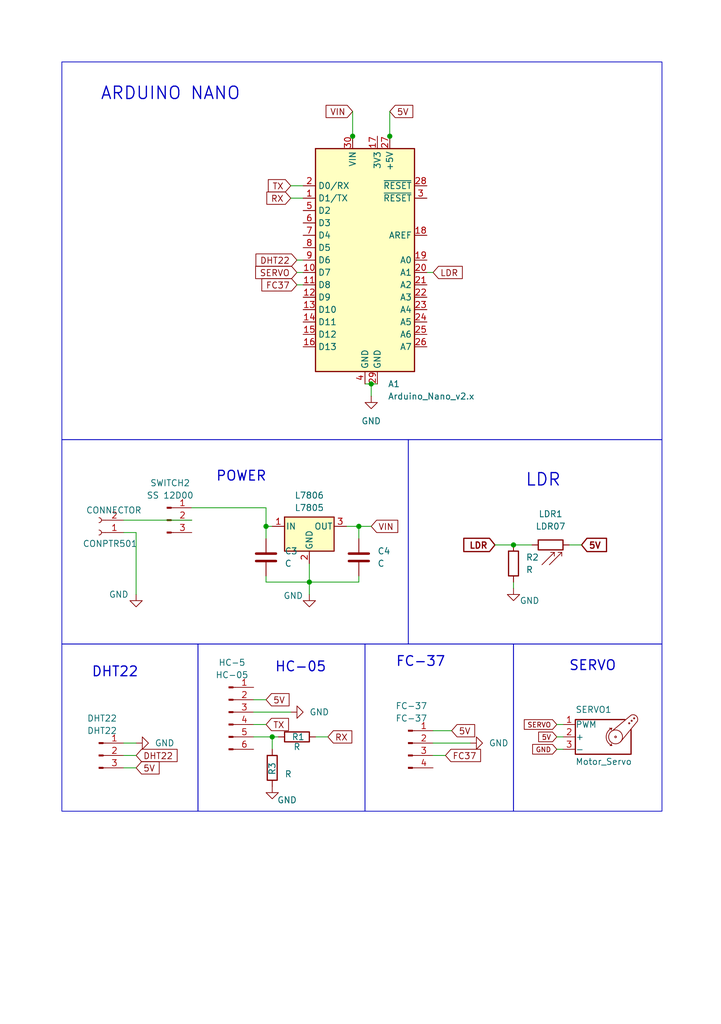
<source format=kicad_sch>
(kicad_sch
	(version 20250114)
	(generator "eeschema")
	(generator_version "9.0")
	(uuid "0a3f6fff-e50c-43dc-982c-9176794a55e5")
	(paper "A5" portrait)
	(lib_symbols
		(symbol "Connector:Conn_01x02_Socket"
			(pin_names
				(offset 1.016)
				(hide yes)
			)
			(exclude_from_sim no)
			(in_bom yes)
			(on_board yes)
			(property "Reference" "J"
				(at 0 2.54 0)
				(effects
					(font
						(size 1.27 1.27)
					)
				)
			)
			(property "Value" "Conn_01x02_Socket"
				(at 0 -5.08 0)
				(effects
					(font
						(size 1.27 1.27)
					)
				)
			)
			(property "Footprint" ""
				(at 0 0 0)
				(effects
					(font
						(size 1.27 1.27)
					)
					(hide yes)
				)
			)
			(property "Datasheet" "~"
				(at 0 0 0)
				(effects
					(font
						(size 1.27 1.27)
					)
					(hide yes)
				)
			)
			(property "Description" "Generic connector, single row, 01x02, script generated"
				(at 0 0 0)
				(effects
					(font
						(size 1.27 1.27)
					)
					(hide yes)
				)
			)
			(property "ki_locked" ""
				(at 0 0 0)
				(effects
					(font
						(size 1.27 1.27)
					)
				)
			)
			(property "ki_keywords" "connector"
				(at 0 0 0)
				(effects
					(font
						(size 1.27 1.27)
					)
					(hide yes)
				)
			)
			(property "ki_fp_filters" "Connector*:*_1x??_*"
				(at 0 0 0)
				(effects
					(font
						(size 1.27 1.27)
					)
					(hide yes)
				)
			)
			(symbol "Conn_01x02_Socket_1_1"
				(polyline
					(pts
						(xy -1.27 0) (xy -0.508 0)
					)
					(stroke
						(width 0.1524)
						(type default)
					)
					(fill
						(type none)
					)
				)
				(polyline
					(pts
						(xy -1.27 -2.54) (xy -0.508 -2.54)
					)
					(stroke
						(width 0.1524)
						(type default)
					)
					(fill
						(type none)
					)
				)
				(arc
					(start 0 -0.508)
					(mid -0.5058 0)
					(end 0 0.508)
					(stroke
						(width 0.1524)
						(type default)
					)
					(fill
						(type none)
					)
				)
				(arc
					(start 0 -3.048)
					(mid -0.5058 -2.54)
					(end 0 -2.032)
					(stroke
						(width 0.1524)
						(type default)
					)
					(fill
						(type none)
					)
				)
				(pin passive line
					(at -5.08 0 0)
					(length 3.81)
					(name "Pin_1"
						(effects
							(font
								(size 1.27 1.27)
							)
						)
					)
					(number "1"
						(effects
							(font
								(size 1.27 1.27)
							)
						)
					)
				)
				(pin passive line
					(at -5.08 -2.54 0)
					(length 3.81)
					(name "Pin_2"
						(effects
							(font
								(size 1.27 1.27)
							)
						)
					)
					(number "2"
						(effects
							(font
								(size 1.27 1.27)
							)
						)
					)
				)
			)
			(embedded_fonts no)
		)
		(symbol "Connector:Conn_01x03_Pin"
			(pin_names
				(offset 1.016)
				(hide yes)
			)
			(exclude_from_sim no)
			(in_bom yes)
			(on_board yes)
			(property "Reference" "J"
				(at 0 5.08 0)
				(effects
					(font
						(size 1.27 1.27)
					)
				)
			)
			(property "Value" "Conn_01x03_Pin"
				(at 0 -5.08 0)
				(effects
					(font
						(size 1.27 1.27)
					)
				)
			)
			(property "Footprint" ""
				(at 0 0 0)
				(effects
					(font
						(size 1.27 1.27)
					)
					(hide yes)
				)
			)
			(property "Datasheet" "~"
				(at 0 0 0)
				(effects
					(font
						(size 1.27 1.27)
					)
					(hide yes)
				)
			)
			(property "Description" "Generic connector, single row, 01x03, script generated"
				(at 0 0 0)
				(effects
					(font
						(size 1.27 1.27)
					)
					(hide yes)
				)
			)
			(property "ki_locked" ""
				(at 0 0 0)
				(effects
					(font
						(size 1.27 1.27)
					)
				)
			)
			(property "ki_keywords" "connector"
				(at 0 0 0)
				(effects
					(font
						(size 1.27 1.27)
					)
					(hide yes)
				)
			)
			(property "ki_fp_filters" "Connector*:*_1x??_*"
				(at 0 0 0)
				(effects
					(font
						(size 1.27 1.27)
					)
					(hide yes)
				)
			)
			(symbol "Conn_01x03_Pin_1_1"
				(rectangle
					(start 0.8636 2.667)
					(end 0 2.413)
					(stroke
						(width 0.1524)
						(type default)
					)
					(fill
						(type outline)
					)
				)
				(rectangle
					(start 0.8636 0.127)
					(end 0 -0.127)
					(stroke
						(width 0.1524)
						(type default)
					)
					(fill
						(type outline)
					)
				)
				(rectangle
					(start 0.8636 -2.413)
					(end 0 -2.667)
					(stroke
						(width 0.1524)
						(type default)
					)
					(fill
						(type outline)
					)
				)
				(polyline
					(pts
						(xy 1.27 2.54) (xy 0.8636 2.54)
					)
					(stroke
						(width 0.1524)
						(type default)
					)
					(fill
						(type none)
					)
				)
				(polyline
					(pts
						(xy 1.27 0) (xy 0.8636 0)
					)
					(stroke
						(width 0.1524)
						(type default)
					)
					(fill
						(type none)
					)
				)
				(polyline
					(pts
						(xy 1.27 -2.54) (xy 0.8636 -2.54)
					)
					(stroke
						(width 0.1524)
						(type default)
					)
					(fill
						(type none)
					)
				)
				(pin passive line
					(at 5.08 2.54 180)
					(length 3.81)
					(name "Pin_1"
						(effects
							(font
								(size 1.27 1.27)
							)
						)
					)
					(number "1"
						(effects
							(font
								(size 1.27 1.27)
							)
						)
					)
				)
				(pin passive line
					(at 5.08 0 180)
					(length 3.81)
					(name "Pin_2"
						(effects
							(font
								(size 1.27 1.27)
							)
						)
					)
					(number "2"
						(effects
							(font
								(size 1.27 1.27)
							)
						)
					)
				)
				(pin passive line
					(at 5.08 -2.54 180)
					(length 3.81)
					(name "Pin_3"
						(effects
							(font
								(size 1.27 1.27)
							)
						)
					)
					(number "3"
						(effects
							(font
								(size 1.27 1.27)
							)
						)
					)
				)
			)
			(embedded_fonts no)
		)
		(symbol "Connector:Conn_01x04_Pin"
			(pin_names
				(offset 1.016)
				(hide yes)
			)
			(exclude_from_sim no)
			(in_bom yes)
			(on_board yes)
			(property "Reference" "J"
				(at 0 5.08 0)
				(effects
					(font
						(size 1.27 1.27)
					)
				)
			)
			(property "Value" "Conn_01x04_Pin"
				(at 0 -7.62 0)
				(effects
					(font
						(size 1.27 1.27)
					)
				)
			)
			(property "Footprint" ""
				(at 0 0 0)
				(effects
					(font
						(size 1.27 1.27)
					)
					(hide yes)
				)
			)
			(property "Datasheet" "~"
				(at 0 0 0)
				(effects
					(font
						(size 1.27 1.27)
					)
					(hide yes)
				)
			)
			(property "Description" "Generic connector, single row, 01x04, script generated"
				(at 0 0 0)
				(effects
					(font
						(size 1.27 1.27)
					)
					(hide yes)
				)
			)
			(property "ki_locked" ""
				(at 0 0 0)
				(effects
					(font
						(size 1.27 1.27)
					)
				)
			)
			(property "ki_keywords" "connector"
				(at 0 0 0)
				(effects
					(font
						(size 1.27 1.27)
					)
					(hide yes)
				)
			)
			(property "ki_fp_filters" "Connector*:*_1x??_*"
				(at 0 0 0)
				(effects
					(font
						(size 1.27 1.27)
					)
					(hide yes)
				)
			)
			(symbol "Conn_01x04_Pin_1_1"
				(rectangle
					(start 0.8636 2.667)
					(end 0 2.413)
					(stroke
						(width 0.1524)
						(type default)
					)
					(fill
						(type outline)
					)
				)
				(rectangle
					(start 0.8636 0.127)
					(end 0 -0.127)
					(stroke
						(width 0.1524)
						(type default)
					)
					(fill
						(type outline)
					)
				)
				(rectangle
					(start 0.8636 -2.413)
					(end 0 -2.667)
					(stroke
						(width 0.1524)
						(type default)
					)
					(fill
						(type outline)
					)
				)
				(rectangle
					(start 0.8636 -4.953)
					(end 0 -5.207)
					(stroke
						(width 0.1524)
						(type default)
					)
					(fill
						(type outline)
					)
				)
				(polyline
					(pts
						(xy 1.27 2.54) (xy 0.8636 2.54)
					)
					(stroke
						(width 0.1524)
						(type default)
					)
					(fill
						(type none)
					)
				)
				(polyline
					(pts
						(xy 1.27 0) (xy 0.8636 0)
					)
					(stroke
						(width 0.1524)
						(type default)
					)
					(fill
						(type none)
					)
				)
				(polyline
					(pts
						(xy 1.27 -2.54) (xy 0.8636 -2.54)
					)
					(stroke
						(width 0.1524)
						(type default)
					)
					(fill
						(type none)
					)
				)
				(polyline
					(pts
						(xy 1.27 -5.08) (xy 0.8636 -5.08)
					)
					(stroke
						(width 0.1524)
						(type default)
					)
					(fill
						(type none)
					)
				)
				(pin passive line
					(at 5.08 2.54 180)
					(length 3.81)
					(name "Pin_1"
						(effects
							(font
								(size 1.27 1.27)
							)
						)
					)
					(number "1"
						(effects
							(font
								(size 1.27 1.27)
							)
						)
					)
				)
				(pin passive line
					(at 5.08 0 180)
					(length 3.81)
					(name "Pin_2"
						(effects
							(font
								(size 1.27 1.27)
							)
						)
					)
					(number "2"
						(effects
							(font
								(size 1.27 1.27)
							)
						)
					)
				)
				(pin passive line
					(at 5.08 -2.54 180)
					(length 3.81)
					(name "Pin_3"
						(effects
							(font
								(size 1.27 1.27)
							)
						)
					)
					(number "3"
						(effects
							(font
								(size 1.27 1.27)
							)
						)
					)
				)
				(pin passive line
					(at 5.08 -5.08 180)
					(length 3.81)
					(name "Pin_4"
						(effects
							(font
								(size 1.27 1.27)
							)
						)
					)
					(number "4"
						(effects
							(font
								(size 1.27 1.27)
							)
						)
					)
				)
			)
			(embedded_fonts no)
		)
		(symbol "Connector:Conn_01x06_Pin"
			(pin_names
				(offset 1.016)
				(hide yes)
			)
			(exclude_from_sim no)
			(in_bom yes)
			(on_board yes)
			(property "Reference" "J"
				(at 0 7.62 0)
				(effects
					(font
						(size 1.27 1.27)
					)
				)
			)
			(property "Value" "Conn_01x06_Pin"
				(at 0 -10.16 0)
				(effects
					(font
						(size 1.27 1.27)
					)
				)
			)
			(property "Footprint" ""
				(at 0 0 0)
				(effects
					(font
						(size 1.27 1.27)
					)
					(hide yes)
				)
			)
			(property "Datasheet" "~"
				(at 0 0 0)
				(effects
					(font
						(size 1.27 1.27)
					)
					(hide yes)
				)
			)
			(property "Description" "Generic connector, single row, 01x06, script generated"
				(at 0 0 0)
				(effects
					(font
						(size 1.27 1.27)
					)
					(hide yes)
				)
			)
			(property "ki_locked" ""
				(at 0 0 0)
				(effects
					(font
						(size 1.27 1.27)
					)
				)
			)
			(property "ki_keywords" "connector"
				(at 0 0 0)
				(effects
					(font
						(size 1.27 1.27)
					)
					(hide yes)
				)
			)
			(property "ki_fp_filters" "Connector*:*_1x??_*"
				(at 0 0 0)
				(effects
					(font
						(size 1.27 1.27)
					)
					(hide yes)
				)
			)
			(symbol "Conn_01x06_Pin_1_1"
				(rectangle
					(start 0.8636 5.207)
					(end 0 4.953)
					(stroke
						(width 0.1524)
						(type default)
					)
					(fill
						(type outline)
					)
				)
				(rectangle
					(start 0.8636 2.667)
					(end 0 2.413)
					(stroke
						(width 0.1524)
						(type default)
					)
					(fill
						(type outline)
					)
				)
				(rectangle
					(start 0.8636 0.127)
					(end 0 -0.127)
					(stroke
						(width 0.1524)
						(type default)
					)
					(fill
						(type outline)
					)
				)
				(rectangle
					(start 0.8636 -2.413)
					(end 0 -2.667)
					(stroke
						(width 0.1524)
						(type default)
					)
					(fill
						(type outline)
					)
				)
				(rectangle
					(start 0.8636 -4.953)
					(end 0 -5.207)
					(stroke
						(width 0.1524)
						(type default)
					)
					(fill
						(type outline)
					)
				)
				(rectangle
					(start 0.8636 -7.493)
					(end 0 -7.747)
					(stroke
						(width 0.1524)
						(type default)
					)
					(fill
						(type outline)
					)
				)
				(polyline
					(pts
						(xy 1.27 5.08) (xy 0.8636 5.08)
					)
					(stroke
						(width 0.1524)
						(type default)
					)
					(fill
						(type none)
					)
				)
				(polyline
					(pts
						(xy 1.27 2.54) (xy 0.8636 2.54)
					)
					(stroke
						(width 0.1524)
						(type default)
					)
					(fill
						(type none)
					)
				)
				(polyline
					(pts
						(xy 1.27 0) (xy 0.8636 0)
					)
					(stroke
						(width 0.1524)
						(type default)
					)
					(fill
						(type none)
					)
				)
				(polyline
					(pts
						(xy 1.27 -2.54) (xy 0.8636 -2.54)
					)
					(stroke
						(width 0.1524)
						(type default)
					)
					(fill
						(type none)
					)
				)
				(polyline
					(pts
						(xy 1.27 -5.08) (xy 0.8636 -5.08)
					)
					(stroke
						(width 0.1524)
						(type default)
					)
					(fill
						(type none)
					)
				)
				(polyline
					(pts
						(xy 1.27 -7.62) (xy 0.8636 -7.62)
					)
					(stroke
						(width 0.1524)
						(type default)
					)
					(fill
						(type none)
					)
				)
				(pin passive line
					(at 5.08 5.08 180)
					(length 3.81)
					(name "Pin_1"
						(effects
							(font
								(size 1.27 1.27)
							)
						)
					)
					(number "1"
						(effects
							(font
								(size 1.27 1.27)
							)
						)
					)
				)
				(pin passive line
					(at 5.08 2.54 180)
					(length 3.81)
					(name "Pin_2"
						(effects
							(font
								(size 1.27 1.27)
							)
						)
					)
					(number "2"
						(effects
							(font
								(size 1.27 1.27)
							)
						)
					)
				)
				(pin passive line
					(at 5.08 0 180)
					(length 3.81)
					(name "Pin_3"
						(effects
							(font
								(size 1.27 1.27)
							)
						)
					)
					(number "3"
						(effects
							(font
								(size 1.27 1.27)
							)
						)
					)
				)
				(pin passive line
					(at 5.08 -2.54 180)
					(length 3.81)
					(name "Pin_4"
						(effects
							(font
								(size 1.27 1.27)
							)
						)
					)
					(number "4"
						(effects
							(font
								(size 1.27 1.27)
							)
						)
					)
				)
				(pin passive line
					(at 5.08 -5.08 180)
					(length 3.81)
					(name "Pin_5"
						(effects
							(font
								(size 1.27 1.27)
							)
						)
					)
					(number "5"
						(effects
							(font
								(size 1.27 1.27)
							)
						)
					)
				)
				(pin passive line
					(at 5.08 -7.62 180)
					(length 3.81)
					(name "Pin_6"
						(effects
							(font
								(size 1.27 1.27)
							)
						)
					)
					(number "6"
						(effects
							(font
								(size 1.27 1.27)
							)
						)
					)
				)
			)
			(embedded_fonts no)
		)
		(symbol "Device:C"
			(pin_numbers
				(hide yes)
			)
			(pin_names
				(offset 0.254)
			)
			(exclude_from_sim no)
			(in_bom yes)
			(on_board yes)
			(property "Reference" "C"
				(at 0.635 2.54 0)
				(effects
					(font
						(size 1.27 1.27)
					)
					(justify left)
				)
			)
			(property "Value" "C"
				(at 0.635 -2.54 0)
				(effects
					(font
						(size 1.27 1.27)
					)
					(justify left)
				)
			)
			(property "Footprint" ""
				(at 0.9652 -3.81 0)
				(effects
					(font
						(size 1.27 1.27)
					)
					(hide yes)
				)
			)
			(property "Datasheet" "~"
				(at 0 0 0)
				(effects
					(font
						(size 1.27 1.27)
					)
					(hide yes)
				)
			)
			(property "Description" "Unpolarized capacitor"
				(at 0 0 0)
				(effects
					(font
						(size 1.27 1.27)
					)
					(hide yes)
				)
			)
			(property "ki_keywords" "cap capacitor"
				(at 0 0 0)
				(effects
					(font
						(size 1.27 1.27)
					)
					(hide yes)
				)
			)
			(property "ki_fp_filters" "C_*"
				(at 0 0 0)
				(effects
					(font
						(size 1.27 1.27)
					)
					(hide yes)
				)
			)
			(symbol "C_0_1"
				(polyline
					(pts
						(xy -2.032 0.762) (xy 2.032 0.762)
					)
					(stroke
						(width 0.508)
						(type default)
					)
					(fill
						(type none)
					)
				)
				(polyline
					(pts
						(xy -2.032 -0.762) (xy 2.032 -0.762)
					)
					(stroke
						(width 0.508)
						(type default)
					)
					(fill
						(type none)
					)
				)
			)
			(symbol "C_1_1"
				(pin passive line
					(at 0 3.81 270)
					(length 2.794)
					(name "~"
						(effects
							(font
								(size 1.27 1.27)
							)
						)
					)
					(number "1"
						(effects
							(font
								(size 1.27 1.27)
							)
						)
					)
				)
				(pin passive line
					(at 0 -3.81 90)
					(length 2.794)
					(name "~"
						(effects
							(font
								(size 1.27 1.27)
							)
						)
					)
					(number "2"
						(effects
							(font
								(size 1.27 1.27)
							)
						)
					)
				)
			)
			(embedded_fonts no)
		)
		(symbol "Device:R"
			(pin_numbers
				(hide yes)
			)
			(pin_names
				(offset 0)
			)
			(exclude_from_sim no)
			(in_bom yes)
			(on_board yes)
			(property "Reference" "R"
				(at 2.032 0 90)
				(effects
					(font
						(size 1.27 1.27)
					)
				)
			)
			(property "Value" "R"
				(at 0 0 90)
				(effects
					(font
						(size 1.27 1.27)
					)
				)
			)
			(property "Footprint" ""
				(at -1.778 0 90)
				(effects
					(font
						(size 1.27 1.27)
					)
					(hide yes)
				)
			)
			(property "Datasheet" "~"
				(at 0 0 0)
				(effects
					(font
						(size 1.27 1.27)
					)
					(hide yes)
				)
			)
			(property "Description" "Resistor"
				(at 0 0 0)
				(effects
					(font
						(size 1.27 1.27)
					)
					(hide yes)
				)
			)
			(property "ki_keywords" "R res resistor"
				(at 0 0 0)
				(effects
					(font
						(size 1.27 1.27)
					)
					(hide yes)
				)
			)
			(property "ki_fp_filters" "R_*"
				(at 0 0 0)
				(effects
					(font
						(size 1.27 1.27)
					)
					(hide yes)
				)
			)
			(symbol "R_0_1"
				(rectangle
					(start -1.016 -2.54)
					(end 1.016 2.54)
					(stroke
						(width 0.254)
						(type default)
					)
					(fill
						(type none)
					)
				)
			)
			(symbol "R_1_1"
				(pin passive line
					(at 0 3.81 270)
					(length 1.27)
					(name "~"
						(effects
							(font
								(size 1.27 1.27)
							)
						)
					)
					(number "1"
						(effects
							(font
								(size 1.27 1.27)
							)
						)
					)
				)
				(pin passive line
					(at 0 -3.81 90)
					(length 1.27)
					(name "~"
						(effects
							(font
								(size 1.27 1.27)
							)
						)
					)
					(number "2"
						(effects
							(font
								(size 1.27 1.27)
							)
						)
					)
				)
			)
			(embedded_fonts no)
		)
		(symbol "MCU_Module:Arduino_Nano_v2.x"
			(exclude_from_sim no)
			(in_bom yes)
			(on_board yes)
			(property "Reference" "A"
				(at -10.16 23.495 0)
				(effects
					(font
						(size 1.27 1.27)
					)
					(justify left bottom)
				)
			)
			(property "Value" "Arduino_Nano_v2.x"
				(at 5.08 -24.13 0)
				(effects
					(font
						(size 1.27 1.27)
					)
					(justify left top)
				)
			)
			(property "Footprint" "Module:Arduino_Nano"
				(at 0 0 0)
				(effects
					(font
						(size 1.27 1.27)
						(italic yes)
					)
					(hide yes)
				)
			)
			(property "Datasheet" "https://www.arduino.cc/en/uploads/Main/ArduinoNanoManual23.pdf"
				(at 0 0 0)
				(effects
					(font
						(size 1.27 1.27)
					)
					(hide yes)
				)
			)
			(property "Description" "Arduino Nano v2.x"
				(at 0 0 0)
				(effects
					(font
						(size 1.27 1.27)
					)
					(hide yes)
				)
			)
			(property "ki_keywords" "Arduino nano microcontroller module USB"
				(at 0 0 0)
				(effects
					(font
						(size 1.27 1.27)
					)
					(hide yes)
				)
			)
			(property "ki_fp_filters" "Arduino*Nano*"
				(at 0 0 0)
				(effects
					(font
						(size 1.27 1.27)
					)
					(hide yes)
				)
			)
			(symbol "Arduino_Nano_v2.x_0_1"
				(rectangle
					(start -10.16 22.86)
					(end 10.16 -22.86)
					(stroke
						(width 0.254)
						(type default)
					)
					(fill
						(type background)
					)
				)
			)
			(symbol "Arduino_Nano_v2.x_1_1"
				(pin bidirectional line
					(at -12.7 15.24 0)
					(length 2.54)
					(name "D0/RX"
						(effects
							(font
								(size 1.27 1.27)
							)
						)
					)
					(number "2"
						(effects
							(font
								(size 1.27 1.27)
							)
						)
					)
				)
				(pin bidirectional line
					(at -12.7 12.7 0)
					(length 2.54)
					(name "D1/TX"
						(effects
							(font
								(size 1.27 1.27)
							)
						)
					)
					(number "1"
						(effects
							(font
								(size 1.27 1.27)
							)
						)
					)
				)
				(pin bidirectional line
					(at -12.7 10.16 0)
					(length 2.54)
					(name "D2"
						(effects
							(font
								(size 1.27 1.27)
							)
						)
					)
					(number "5"
						(effects
							(font
								(size 1.27 1.27)
							)
						)
					)
				)
				(pin bidirectional line
					(at -12.7 7.62 0)
					(length 2.54)
					(name "D3"
						(effects
							(font
								(size 1.27 1.27)
							)
						)
					)
					(number "6"
						(effects
							(font
								(size 1.27 1.27)
							)
						)
					)
				)
				(pin bidirectional line
					(at -12.7 5.08 0)
					(length 2.54)
					(name "D4"
						(effects
							(font
								(size 1.27 1.27)
							)
						)
					)
					(number "7"
						(effects
							(font
								(size 1.27 1.27)
							)
						)
					)
				)
				(pin bidirectional line
					(at -12.7 2.54 0)
					(length 2.54)
					(name "D5"
						(effects
							(font
								(size 1.27 1.27)
							)
						)
					)
					(number "8"
						(effects
							(font
								(size 1.27 1.27)
							)
						)
					)
				)
				(pin bidirectional line
					(at -12.7 0 0)
					(length 2.54)
					(name "D6"
						(effects
							(font
								(size 1.27 1.27)
							)
						)
					)
					(number "9"
						(effects
							(font
								(size 1.27 1.27)
							)
						)
					)
				)
				(pin bidirectional line
					(at -12.7 -2.54 0)
					(length 2.54)
					(name "D7"
						(effects
							(font
								(size 1.27 1.27)
							)
						)
					)
					(number "10"
						(effects
							(font
								(size 1.27 1.27)
							)
						)
					)
				)
				(pin bidirectional line
					(at -12.7 -5.08 0)
					(length 2.54)
					(name "D8"
						(effects
							(font
								(size 1.27 1.27)
							)
						)
					)
					(number "11"
						(effects
							(font
								(size 1.27 1.27)
							)
						)
					)
				)
				(pin bidirectional line
					(at -12.7 -7.62 0)
					(length 2.54)
					(name "D9"
						(effects
							(font
								(size 1.27 1.27)
							)
						)
					)
					(number "12"
						(effects
							(font
								(size 1.27 1.27)
							)
						)
					)
				)
				(pin bidirectional line
					(at -12.7 -10.16 0)
					(length 2.54)
					(name "D10"
						(effects
							(font
								(size 1.27 1.27)
							)
						)
					)
					(number "13"
						(effects
							(font
								(size 1.27 1.27)
							)
						)
					)
				)
				(pin bidirectional line
					(at -12.7 -12.7 0)
					(length 2.54)
					(name "D11"
						(effects
							(font
								(size 1.27 1.27)
							)
						)
					)
					(number "14"
						(effects
							(font
								(size 1.27 1.27)
							)
						)
					)
				)
				(pin bidirectional line
					(at -12.7 -15.24 0)
					(length 2.54)
					(name "D12"
						(effects
							(font
								(size 1.27 1.27)
							)
						)
					)
					(number "15"
						(effects
							(font
								(size 1.27 1.27)
							)
						)
					)
				)
				(pin bidirectional line
					(at -12.7 -17.78 0)
					(length 2.54)
					(name "D13"
						(effects
							(font
								(size 1.27 1.27)
							)
						)
					)
					(number "16"
						(effects
							(font
								(size 1.27 1.27)
							)
						)
					)
				)
				(pin power_in line
					(at -2.54 25.4 270)
					(length 2.54)
					(name "VIN"
						(effects
							(font
								(size 1.27 1.27)
							)
						)
					)
					(number "30"
						(effects
							(font
								(size 1.27 1.27)
							)
						)
					)
				)
				(pin power_in line
					(at 0 -25.4 90)
					(length 2.54)
					(name "GND"
						(effects
							(font
								(size 1.27 1.27)
							)
						)
					)
					(number "4"
						(effects
							(font
								(size 1.27 1.27)
							)
						)
					)
				)
				(pin power_out line
					(at 2.54 25.4 270)
					(length 2.54)
					(name "3V3"
						(effects
							(font
								(size 1.27 1.27)
							)
						)
					)
					(number "17"
						(effects
							(font
								(size 1.27 1.27)
							)
						)
					)
				)
				(pin power_in line
					(at 2.54 -25.4 90)
					(length 2.54)
					(name "GND"
						(effects
							(font
								(size 1.27 1.27)
							)
						)
					)
					(number "29"
						(effects
							(font
								(size 1.27 1.27)
							)
						)
					)
				)
				(pin power_out line
					(at 5.08 25.4 270)
					(length 2.54)
					(name "+5V"
						(effects
							(font
								(size 1.27 1.27)
							)
						)
					)
					(number "27"
						(effects
							(font
								(size 1.27 1.27)
							)
						)
					)
				)
				(pin input line
					(at 12.7 15.24 180)
					(length 2.54)
					(name "~{RESET}"
						(effects
							(font
								(size 1.27 1.27)
							)
						)
					)
					(number "28"
						(effects
							(font
								(size 1.27 1.27)
							)
						)
					)
				)
				(pin input line
					(at 12.7 12.7 180)
					(length 2.54)
					(name "~{RESET}"
						(effects
							(font
								(size 1.27 1.27)
							)
						)
					)
					(number "3"
						(effects
							(font
								(size 1.27 1.27)
							)
						)
					)
				)
				(pin input line
					(at 12.7 5.08 180)
					(length 2.54)
					(name "AREF"
						(effects
							(font
								(size 1.27 1.27)
							)
						)
					)
					(number "18"
						(effects
							(font
								(size 1.27 1.27)
							)
						)
					)
				)
				(pin bidirectional line
					(at 12.7 0 180)
					(length 2.54)
					(name "A0"
						(effects
							(font
								(size 1.27 1.27)
							)
						)
					)
					(number "19"
						(effects
							(font
								(size 1.27 1.27)
							)
						)
					)
				)
				(pin bidirectional line
					(at 12.7 -2.54 180)
					(length 2.54)
					(name "A1"
						(effects
							(font
								(size 1.27 1.27)
							)
						)
					)
					(number "20"
						(effects
							(font
								(size 1.27 1.27)
							)
						)
					)
				)
				(pin bidirectional line
					(at 12.7 -5.08 180)
					(length 2.54)
					(name "A2"
						(effects
							(font
								(size 1.27 1.27)
							)
						)
					)
					(number "21"
						(effects
							(font
								(size 1.27 1.27)
							)
						)
					)
				)
				(pin bidirectional line
					(at 12.7 -7.62 180)
					(length 2.54)
					(name "A3"
						(effects
							(font
								(size 1.27 1.27)
							)
						)
					)
					(number "22"
						(effects
							(font
								(size 1.27 1.27)
							)
						)
					)
				)
				(pin bidirectional line
					(at 12.7 -10.16 180)
					(length 2.54)
					(name "A4"
						(effects
							(font
								(size 1.27 1.27)
							)
						)
					)
					(number "23"
						(effects
							(font
								(size 1.27 1.27)
							)
						)
					)
				)
				(pin bidirectional line
					(at 12.7 -12.7 180)
					(length 2.54)
					(name "A5"
						(effects
							(font
								(size 1.27 1.27)
							)
						)
					)
					(number "24"
						(effects
							(font
								(size 1.27 1.27)
							)
						)
					)
				)
				(pin bidirectional line
					(at 12.7 -15.24 180)
					(length 2.54)
					(name "A6"
						(effects
							(font
								(size 1.27 1.27)
							)
						)
					)
					(number "25"
						(effects
							(font
								(size 1.27 1.27)
							)
						)
					)
				)
				(pin bidirectional line
					(at 12.7 -17.78 180)
					(length 2.54)
					(name "A7"
						(effects
							(font
								(size 1.27 1.27)
							)
						)
					)
					(number "26"
						(effects
							(font
								(size 1.27 1.27)
							)
						)
					)
				)
			)
			(embedded_fonts no)
		)
		(symbol "Motor:Motor_Servo"
			(pin_names
				(offset 0.0254)
			)
			(exclude_from_sim no)
			(in_bom yes)
			(on_board yes)
			(property "Reference" "M"
				(at -5.08 4.445 0)
				(effects
					(font
						(size 1.27 1.27)
					)
					(justify left)
				)
			)
			(property "Value" "Motor_Servo"
				(at -5.08 -4.064 0)
				(effects
					(font
						(size 1.27 1.27)
					)
					(justify left top)
				)
			)
			(property "Footprint" ""
				(at 0 -4.826 0)
				(effects
					(font
						(size 1.27 1.27)
					)
					(hide yes)
				)
			)
			(property "Datasheet" "http://forums.parallax.com/uploads/attachments/46831/74481.png"
				(at 0 -4.826 0)
				(effects
					(font
						(size 1.27 1.27)
					)
					(hide yes)
				)
			)
			(property "Description" "Servo Motor (Futaba, HiTec, JR connector)"
				(at 0 0 0)
				(effects
					(font
						(size 1.27 1.27)
					)
					(hide yes)
				)
			)
			(property "ki_keywords" "Servo Motor"
				(at 0 0 0)
				(effects
					(font
						(size 1.27 1.27)
					)
					(hide yes)
				)
			)
			(property "ki_fp_filters" "PinHeader*P2.54mm*"
				(at 0 0 0)
				(effects
					(font
						(size 1.27 1.27)
					)
					(hide yes)
				)
			)
			(symbol "Motor_Servo_0_1"
				(polyline
					(pts
						(xy 2.413 1.778) (xy 1.905 1.778)
					)
					(stroke
						(width 0)
						(type default)
					)
					(fill
						(type none)
					)
				)
				(polyline
					(pts
						(xy 2.413 1.778) (xy 2.286 1.397)
					)
					(stroke
						(width 0)
						(type default)
					)
					(fill
						(type none)
					)
				)
				(polyline
					(pts
						(xy 2.413 -1.778) (xy 2.032 -1.778)
					)
					(stroke
						(width 0)
						(type default)
					)
					(fill
						(type none)
					)
				)
				(polyline
					(pts
						(xy 2.413 -1.778) (xy 2.286 -1.397)
					)
					(stroke
						(width 0)
						(type default)
					)
					(fill
						(type none)
					)
				)
				(arc
					(start 2.413 -1.778)
					(mid 1.2406 0)
					(end 2.413 1.778)
					(stroke
						(width 0)
						(type default)
					)
					(fill
						(type none)
					)
				)
				(circle
					(center 3.175 0)
					(radius 0.1778)
					(stroke
						(width 0)
						(type default)
					)
					(fill
						(type none)
					)
				)
				(circle
					(center 3.175 0)
					(radius 1.4224)
					(stroke
						(width 0)
						(type default)
					)
					(fill
						(type none)
					)
				)
				(polyline
					(pts
						(xy 5.08 3.556) (xy -5.08 3.556) (xy -5.08 -3.556) (xy 6.35 -3.556) (xy 6.35 1.524)
					)
					(stroke
						(width 0.254)
						(type default)
					)
					(fill
						(type none)
					)
				)
				(circle
					(center 5.969 2.794)
					(radius 0.127)
					(stroke
						(width 0)
						(type default)
					)
					(fill
						(type none)
					)
				)
				(polyline
					(pts
						(xy 6.35 4.445) (xy 2.54 1.27)
					)
					(stroke
						(width 0)
						(type default)
					)
					(fill
						(type none)
					)
				)
				(circle
					(center 6.477 3.302)
					(radius 0.127)
					(stroke
						(width 0)
						(type default)
					)
					(fill
						(type none)
					)
				)
				(arc
					(start 6.35 4.445)
					(mid 7.4487 4.2737)
					(end 7.62 3.175)
					(stroke
						(width 0)
						(type default)
					)
					(fill
						(type none)
					)
				)
				(circle
					(center 6.985 3.81)
					(radius 0.127)
					(stroke
						(width 0)
						(type default)
					)
					(fill
						(type none)
					)
				)
				(polyline
					(pts
						(xy 7.62 3.175) (xy 4.191 -1.016)
					)
					(stroke
						(width 0)
						(type default)
					)
					(fill
						(type none)
					)
				)
			)
			(symbol "Motor_Servo_1_1"
				(pin passive line
					(at -7.62 2.54 0)
					(length 2.54)
					(name "PWM"
						(effects
							(font
								(size 1.27 1.27)
							)
						)
					)
					(number "1"
						(effects
							(font
								(size 1.27 1.27)
							)
						)
					)
				)
				(pin passive line
					(at -7.62 0 0)
					(length 2.54)
					(name "+"
						(effects
							(font
								(size 1.27 1.27)
							)
						)
					)
					(number "2"
						(effects
							(font
								(size 1.27 1.27)
							)
						)
					)
				)
				(pin passive line
					(at -7.62 -2.54 0)
					(length 2.54)
					(name "-"
						(effects
							(font
								(size 1.27 1.27)
							)
						)
					)
					(number "3"
						(effects
							(font
								(size 1.27 1.27)
							)
						)
					)
				)
			)
			(embedded_fonts no)
		)
		(symbol "Regulator_Linear:L7805"
			(pin_names
				(offset 0.254)
			)
			(exclude_from_sim no)
			(in_bom yes)
			(on_board yes)
			(property "Reference" "U"
				(at -3.81 3.175 0)
				(effects
					(font
						(size 1.27 1.27)
					)
				)
			)
			(property "Value" "L7805"
				(at 0 3.175 0)
				(effects
					(font
						(size 1.27 1.27)
					)
					(justify left)
				)
			)
			(property "Footprint" ""
				(at 0.635 -3.81 0)
				(effects
					(font
						(size 1.27 1.27)
						(italic yes)
					)
					(justify left)
					(hide yes)
				)
			)
			(property "Datasheet" "http://www.st.com/content/ccc/resource/technical/document/datasheet/41/4f/b3/b0/12/d4/47/88/CD00000444.pdf/files/CD00000444.pdf/jcr:content/translations/en.CD00000444.pdf"
				(at 0 -1.27 0)
				(effects
					(font
						(size 1.27 1.27)
					)
					(hide yes)
				)
			)
			(property "Description" "Positive 1.5A 35V Linear Regulator, Fixed Output 5V, TO-220/TO-263/TO-252"
				(at 0 0 0)
				(effects
					(font
						(size 1.27 1.27)
					)
					(hide yes)
				)
			)
			(property "ki_keywords" "Voltage Regulator 1.5A Positive"
				(at 0 0 0)
				(effects
					(font
						(size 1.27 1.27)
					)
					(hide yes)
				)
			)
			(property "ki_fp_filters" "TO?252* TO?263* TO?220*"
				(at 0 0 0)
				(effects
					(font
						(size 1.27 1.27)
					)
					(hide yes)
				)
			)
			(symbol "L7805_0_1"
				(rectangle
					(start -5.08 1.905)
					(end 5.08 -5.08)
					(stroke
						(width 0.254)
						(type default)
					)
					(fill
						(type background)
					)
				)
			)
			(symbol "L7805_1_1"
				(pin power_in line
					(at -7.62 0 0)
					(length 2.54)
					(name "IN"
						(effects
							(font
								(size 1.27 1.27)
							)
						)
					)
					(number "1"
						(effects
							(font
								(size 1.27 1.27)
							)
						)
					)
				)
				(pin power_in line
					(at 0 -7.62 90)
					(length 2.54)
					(name "GND"
						(effects
							(font
								(size 1.27 1.27)
							)
						)
					)
					(number "2"
						(effects
							(font
								(size 1.27 1.27)
							)
						)
					)
				)
				(pin power_out line
					(at 7.62 0 180)
					(length 2.54)
					(name "OUT"
						(effects
							(font
								(size 1.27 1.27)
							)
						)
					)
					(number "3"
						(effects
							(font
								(size 1.27 1.27)
							)
						)
					)
				)
			)
			(embedded_fonts no)
		)
		(symbol "Sensor_Optical:LDR07"
			(pin_numbers
				(hide yes)
			)
			(pin_names
				(offset 0)
			)
			(exclude_from_sim no)
			(in_bom yes)
			(on_board yes)
			(property "Reference" "R"
				(at -5.08 0 90)
				(effects
					(font
						(size 1.27 1.27)
					)
				)
			)
			(property "Value" "LDR07"
				(at 1.905 0 90)
				(effects
					(font
						(size 1.27 1.27)
					)
					(justify top)
				)
			)
			(property "Footprint" "OptoDevice:R_LDR_5.1x4.3mm_P3.4mm_Vertical"
				(at 4.445 0 90)
				(effects
					(font
						(size 1.27 1.27)
					)
					(hide yes)
				)
			)
			(property "Datasheet" "http://www.tme.eu/de/Document/f2e3ad76a925811312d226c31da4cd7e/LDR07.pdf"
				(at 0 -1.27 0)
				(effects
					(font
						(size 1.27 1.27)
					)
					(hide yes)
				)
			)
			(property "Description" "light dependent resistor"
				(at 0 0 0)
				(effects
					(font
						(size 1.27 1.27)
					)
					(hide yes)
				)
			)
			(property "ki_keywords" "light dependent photo resistor LDR"
				(at 0 0 0)
				(effects
					(font
						(size 1.27 1.27)
					)
					(hide yes)
				)
			)
			(property "ki_fp_filters" "R*LDR*5.1x4.3mm*P3.4mm*"
				(at 0 0 0)
				(effects
					(font
						(size 1.27 1.27)
					)
					(hide yes)
				)
			)
			(symbol "LDR07_0_1"
				(polyline
					(pts
						(xy -1.524 -0.762) (xy -4.064 1.778)
					)
					(stroke
						(width 0)
						(type default)
					)
					(fill
						(type none)
					)
				)
				(polyline
					(pts
						(xy -1.524 -0.762) (xy -2.286 -0.762)
					)
					(stroke
						(width 0)
						(type default)
					)
					(fill
						(type none)
					)
				)
				(polyline
					(pts
						(xy -1.524 -0.762) (xy -1.524 0)
					)
					(stroke
						(width 0)
						(type default)
					)
					(fill
						(type none)
					)
				)
				(polyline
					(pts
						(xy -1.524 -2.286) (xy -4.064 0.254)
					)
					(stroke
						(width 0)
						(type default)
					)
					(fill
						(type none)
					)
				)
				(polyline
					(pts
						(xy -1.524 -2.286) (xy -2.286 -2.286)
					)
					(stroke
						(width 0)
						(type default)
					)
					(fill
						(type none)
					)
				)
				(polyline
					(pts
						(xy -1.524 -2.286) (xy -1.524 -1.524)
					)
					(stroke
						(width 0)
						(type default)
					)
					(fill
						(type none)
					)
				)
				(rectangle
					(start -1.016 2.54)
					(end 1.016 -2.54)
					(stroke
						(width 0.254)
						(type default)
					)
					(fill
						(type none)
					)
				)
			)
			(symbol "LDR07_1_1"
				(pin passive line
					(at 0 3.81 270)
					(length 1.27)
					(name "~"
						(effects
							(font
								(size 1.27 1.27)
							)
						)
					)
					(number "1"
						(effects
							(font
								(size 1.27 1.27)
							)
						)
					)
				)
				(pin passive line
					(at 0 -3.81 90)
					(length 1.27)
					(name "~"
						(effects
							(font
								(size 1.27 1.27)
							)
						)
					)
					(number "2"
						(effects
							(font
								(size 1.27 1.27)
							)
						)
					)
				)
			)
			(embedded_fonts no)
		)
		(symbol "power:GND"
			(power)
			(pin_numbers
				(hide yes)
			)
			(pin_names
				(offset 0)
				(hide yes)
			)
			(exclude_from_sim no)
			(in_bom yes)
			(on_board yes)
			(property "Reference" "#PWR"
				(at 0 -6.35 0)
				(effects
					(font
						(size 1.27 1.27)
					)
					(hide yes)
				)
			)
			(property "Value" "GND"
				(at 0 -3.81 0)
				(effects
					(font
						(size 1.27 1.27)
					)
				)
			)
			(property "Footprint" ""
				(at 0 0 0)
				(effects
					(font
						(size 1.27 1.27)
					)
					(hide yes)
				)
			)
			(property "Datasheet" ""
				(at 0 0 0)
				(effects
					(font
						(size 1.27 1.27)
					)
					(hide yes)
				)
			)
			(property "Description" "Power symbol creates a global label with name \"GND\" , ground"
				(at 0 0 0)
				(effects
					(font
						(size 1.27 1.27)
					)
					(hide yes)
				)
			)
			(property "ki_keywords" "global power"
				(at 0 0 0)
				(effects
					(font
						(size 1.27 1.27)
					)
					(hide yes)
				)
			)
			(symbol "GND_0_1"
				(polyline
					(pts
						(xy 0 0) (xy 0 -1.27) (xy 1.27 -1.27) (xy 0 -2.54) (xy -1.27 -1.27) (xy 0 -1.27)
					)
					(stroke
						(width 0)
						(type default)
					)
					(fill
						(type none)
					)
				)
			)
			(symbol "GND_1_1"
				(pin power_in line
					(at 0 0 270)
					(length 0)
					(name "~"
						(effects
							(font
								(size 1.27 1.27)
							)
						)
					)
					(number "1"
						(effects
							(font
								(size 1.27 1.27)
							)
						)
					)
				)
			)
			(embedded_fonts no)
		)
	)
	(rectangle
		(start 12.7 12.7)
		(end 135.89 90.17)
		(stroke
			(width 0)
			(type default)
		)
		(fill
			(type none)
		)
		(uuid 0ab1d2c5-a1b4-4773-85dd-6d3915ac73bf)
	)
	(rectangle
		(start 105.41 132.08)
		(end 135.89 166.37)
		(stroke
			(width 0)
			(type default)
		)
		(fill
			(type none)
		)
		(uuid 3442d2c7-23fe-4b42-a514-9dace616957c)
	)
	(rectangle
		(start 12.7 132.08)
		(end 40.64 166.37)
		(stroke
			(width 0)
			(type default)
		)
		(fill
			(type none)
		)
		(uuid 3d043854-5e3a-448a-967c-e329193161e3)
	)
	(rectangle
		(start 83.82 90.17)
		(end 135.89 132.08)
		(stroke
			(width 0)
			(type default)
		)
		(fill
			(type none)
		)
		(uuid 4c7309ca-df24-4bb2-96e0-7a8cfadca8d3)
	)
	(rectangle
		(start 40.64 132.08)
		(end 74.93 166.37)
		(stroke
			(width 0)
			(type default)
		)
		(fill
			(type none)
		)
		(uuid 624e40fc-b401-4d45-b443-921123103472)
	)
	(rectangle
		(start 74.93 132.08)
		(end 105.41 166.37)
		(stroke
			(width 0)
			(type default)
		)
		(fill
			(type none)
		)
		(uuid 9ba36488-cdc9-466e-b900-51da3e039994)
	)
	(rectangle
		(start 12.7 90.17)
		(end 83.82 132.08)
		(stroke
			(width 0)
			(type default)
		)
		(fill
			(type none)
		)
		(uuid b74cceb6-9bd4-4858-be09-634b0b43b445)
	)
	(text "HC-05\n"
		(exclude_from_sim no)
		(at 61.722 136.906 0)
		(effects
			(font
				(size 2 2)
				(thickness 0.254)
				(bold yes)
			)
		)
		(uuid "0e58d47a-e337-41b1-be87-ebe3b2b33cc1")
	)
	(text "	ARDUINO NANO\n\n"
		(exclude_from_sim no)
		(at 30.226 21.336 0)
		(effects
			(font
				(size 2.54 2.54)
				(thickness 0.254)
				(bold yes)
			)
		)
		(uuid "2ce51965-584c-426e-87f4-01d01633abc4")
	)
	(text "LDR\n"
		(exclude_from_sim no)
		(at 111.506 98.552 0)
		(effects
			(font
				(size 2.54 2.54)
				(thickness 0.254)
				(bold yes)
			)
		)
		(uuid "a2f5e992-6ddf-4744-a2b2-22ec2ba01188")
	)
	(text "FC-37\n\n"
		(exclude_from_sim no)
		(at 86.36 137.414 0)
		(effects
			(font
				(size 2 2)
				(thickness 0.254)
				(bold yes)
			)
		)
		(uuid "bf7078f5-b5cd-4571-b720-cb2acb756476")
	)
	(text "POWER\n"
		(exclude_from_sim no)
		(at 49.53 97.79 0)
		(effects
			(font
				(size 2 2)
				(thickness 0.254)
				(bold yes)
			)
		)
		(uuid "cdf3e3ac-821b-4af6-b862-58d5947077b6")
	)
	(text "SERVO\n"
		(exclude_from_sim no)
		(at 121.666 136.652 0)
		(effects
			(font
				(size 2 2)
				(thickness 0.254)
				(bold yes)
			)
		)
		(uuid "e1283b8b-8d19-4fc3-a2a0-4fd965f88c17")
	)
	(text "DHT22\n"
		(exclude_from_sim no)
		(at 23.622 137.922 0)
		(effects
			(font
				(size 2 2)
				(thickness 0.254)
				(bold yes)
			)
		)
		(uuid "eab0f705-2a87-49e7-9a5a-92c1f13bdde3")
	)
	(junction
		(at 105.41 111.76)
		(diameter 0)
		(color 0 0 0 0)
		(uuid "0e9f2400-7fca-44c2-a7a7-1bc8b3b3c73c")
	)
	(junction
		(at 80.01 27.94)
		(diameter 0)
		(color 0 0 0 0)
		(uuid "134d3075-31d6-4635-a01a-0c7087c3a1f2")
	)
	(junction
		(at 54.61 107.95)
		(diameter 0)
		(color 0 0 0 0)
		(uuid "4bf236a4-282c-4668-bea8-a40336398161")
	)
	(junction
		(at 72.39 27.94)
		(diameter 0)
		(color 0 0 0 0)
		(uuid "705e8497-e742-487a-83a6-ca41814f0f77")
	)
	(junction
		(at 63.5 119.38)
		(diameter 0)
		(color 0 0 0 0)
		(uuid "89329705-007a-4088-9371-da415483079c")
	)
	(junction
		(at 73.66 107.95)
		(diameter 0)
		(color 0 0 0 0)
		(uuid "b6578d35-a984-4b27-9753-531db504cd6d")
	)
	(junction
		(at 76.2 78.74)
		(diameter 0)
		(color 0 0 0 0)
		(uuid "c78e7ee9-050a-486b-88d0-0be2b71d7d70")
	)
	(junction
		(at 55.88 151.13)
		(diameter 0)
		(color 0 0 0 0)
		(uuid "f65148f6-84b9-40ef-87ac-40a08c602d06")
	)
	(wire
		(pts
			(xy 54.61 107.95) (xy 55.88 107.95)
		)
		(stroke
			(width 0)
			(type default)
		)
		(uuid "079851b4-529e-4c19-a78c-d8b77bc0a49d")
	)
	(wire
		(pts
			(xy 54.61 104.14) (xy 54.61 107.95)
		)
		(stroke
			(width 0)
			(type default)
		)
		(uuid "0936cac1-dc9f-449c-be9f-05d528c91edf")
	)
	(wire
		(pts
			(xy 39.37 104.14) (xy 54.61 104.14)
		)
		(stroke
			(width 0)
			(type default)
		)
		(uuid "0bf23719-0ec0-4e62-bb57-42a59fcd80d7")
	)
	(wire
		(pts
			(xy 73.66 119.38) (xy 73.66 118.11)
		)
		(stroke
			(width 0)
			(type default)
		)
		(uuid "180c00bf-fb76-4523-ac0d-d91a59188910")
	)
	(wire
		(pts
			(xy 59.69 146.05) (xy 52.07 146.05)
		)
		(stroke
			(width 0)
			(type default)
		)
		(uuid "23cf5922-bdd8-4bc6-8466-a0ada5cf1e24")
	)
	(wire
		(pts
			(xy 88.9 154.94) (xy 91.44 154.94)
		)
		(stroke
			(width 0)
			(type default)
		)
		(uuid "240c419f-8669-4c06-a077-fbd4770c19d2")
	)
	(wire
		(pts
			(xy 55.88 151.13) (xy 55.88 153.67)
		)
		(stroke
			(width 0)
			(type default)
		)
		(uuid "2abf3e93-0bc9-4e41-983a-52a7327fda7c")
	)
	(wire
		(pts
			(xy 52.07 151.13) (xy 55.88 151.13)
		)
		(stroke
			(width 0)
			(type default)
		)
		(uuid "37971648-6c54-448d-b0a6-6483fbe6b75d")
	)
	(wire
		(pts
			(xy 76.2 78.74) (xy 76.2 81.28)
		)
		(stroke
			(width 0)
			(type default)
		)
		(uuid "393e4d44-6eac-415b-bf32-78ab70580d69")
	)
	(wire
		(pts
			(xy 25.4 152.4) (xy 27.94 152.4)
		)
		(stroke
			(width 0)
			(type default)
		)
		(uuid "42d1f046-14e1-4d11-8c31-6ff01f1aab35")
	)
	(wire
		(pts
			(xy 72.39 27.94) (xy 72.39 29.21)
		)
		(stroke
			(width 0)
			(type default)
		)
		(uuid "4fb56211-73b6-409c-ab68-116694263dae")
	)
	(wire
		(pts
			(xy 80.01 22.86) (xy 80.01 27.94)
		)
		(stroke
			(width 0)
			(type default)
		)
		(uuid "50584c79-ca67-4df9-94f3-a9909ad2fe94")
	)
	(wire
		(pts
			(xy 27.94 121.92) (xy 27.94 109.22)
		)
		(stroke
			(width 0)
			(type default)
		)
		(uuid "5bdf2716-1fb0-4412-89b2-64373a4c7bee")
	)
	(wire
		(pts
			(xy 88.9 152.4) (xy 96.52 152.4)
		)
		(stroke
			(width 0)
			(type default)
		)
		(uuid "5ef2f558-57b6-41e0-a106-ce573e471392")
	)
	(wire
		(pts
			(xy 55.88 151.13) (xy 57.15 151.13)
		)
		(stroke
			(width 0)
			(type default)
		)
		(uuid "6a46bb71-34fb-42d0-8660-42e7aac8dfe9")
	)
	(wire
		(pts
			(xy 60.96 55.88) (xy 62.23 55.88)
		)
		(stroke
			(width 0)
			(type default)
		)
		(uuid "6c1eaba0-8108-49c8-99f5-35c4b3f21e58")
	)
	(wire
		(pts
			(xy 25.4 154.94) (xy 27.94 154.94)
		)
		(stroke
			(width 0)
			(type default)
		)
		(uuid "6c2bcdbe-1c82-4917-9f66-aecc26986818")
	)
	(wire
		(pts
			(xy 80.01 27.94) (xy 80.01 29.21)
		)
		(stroke
			(width 0)
			(type default)
		)
		(uuid "75865f2e-f95c-4146-8d39-ab0b1e398398")
	)
	(wire
		(pts
			(xy 87.63 55.88) (xy 88.9 55.88)
		)
		(stroke
			(width 0)
			(type default)
		)
		(uuid "900078c6-8c81-4a43-a981-d987f03b758a")
	)
	(wire
		(pts
			(xy 54.61 143.51) (xy 52.07 143.51)
		)
		(stroke
			(width 0)
			(type default)
		)
		(uuid "9437a386-7289-4481-8353-5c1a5b5efe41")
	)
	(wire
		(pts
			(xy 73.66 107.95) (xy 73.66 110.49)
		)
		(stroke
			(width 0)
			(type default)
		)
		(uuid "94a71e8d-949d-47f5-973a-5166e2a29b0a")
	)
	(wire
		(pts
			(xy 60.96 53.34) (xy 62.23 53.34)
		)
		(stroke
			(width 0)
			(type default)
		)
		(uuid "95055397-76ae-44a2-8c47-a383faf31702")
	)
	(wire
		(pts
			(xy 63.5 119.38) (xy 63.5 115.57)
		)
		(stroke
			(width 0)
			(type default)
		)
		(uuid "95714635-cac9-4299-a258-f5e46f97d8a0")
	)
	(wire
		(pts
			(xy 54.61 119.38) (xy 54.61 118.11)
		)
		(stroke
			(width 0)
			(type default)
		)
		(uuid "9a2d3245-c716-4e9c-a771-80316f272160")
	)
	(wire
		(pts
			(xy 63.5 119.38) (xy 63.5 121.92)
		)
		(stroke
			(width 0)
			(type default)
		)
		(uuid "9bc355bf-636a-4da3-a32f-955491198fde")
	)
	(wire
		(pts
			(xy 101.6 111.76) (xy 105.41 111.76)
		)
		(stroke
			(width 0)
			(type default)
		)
		(uuid "a5f77346-bed0-4b84-bd54-4fc719e8e7b7")
	)
	(wire
		(pts
			(xy 72.39 22.86) (xy 72.39 27.94)
		)
		(stroke
			(width 0)
			(type default)
		)
		(uuid "ad26ecf7-a5ab-4f56-84be-d05f925607ab")
	)
	(wire
		(pts
			(xy 105.41 111.76) (xy 109.22 111.76)
		)
		(stroke
			(width 0)
			(type default)
		)
		(uuid "ae4326db-f68c-4c92-8474-3c5b8d66f9a0")
	)
	(wire
		(pts
			(xy 54.61 148.59) (xy 52.07 148.59)
		)
		(stroke
			(width 0)
			(type default)
		)
		(uuid "b20060dc-8761-4b96-870d-5df7d9ef9729")
	)
	(wire
		(pts
			(xy 114.3 153.67) (xy 115.57 153.67)
		)
		(stroke
			(width 0)
			(type default)
		)
		(uuid "c0e4d675-a4d3-4321-8243-8538d5607513")
	)
	(wire
		(pts
			(xy 116.84 111.76) (xy 119.38 111.76)
		)
		(stroke
			(width 0)
			(type default)
		)
		(uuid "c640f5fd-39f0-43d9-b513-d52cbf0e3dd2")
	)
	(wire
		(pts
			(xy 73.66 107.95) (xy 76.2 107.95)
		)
		(stroke
			(width 0)
			(type default)
		)
		(uuid "c965efa0-db2f-4d1e-88ed-185adc8c6979")
	)
	(wire
		(pts
			(xy 59.69 38.1) (xy 62.23 38.1)
		)
		(stroke
			(width 0)
			(type default)
		)
		(uuid "ca295f2c-315a-4a30-96a3-1fc811e8818a")
	)
	(wire
		(pts
			(xy 25.4 157.48) (xy 27.94 157.48)
		)
		(stroke
			(width 0)
			(type default)
		)
		(uuid "cc914815-2fef-4bd8-b066-1c933aabdacd")
	)
	(wire
		(pts
			(xy 88.9 149.86) (xy 92.71 149.86)
		)
		(stroke
			(width 0)
			(type default)
		)
		(uuid "cdad1029-d70f-42a4-9268-38592d67a097")
	)
	(wire
		(pts
			(xy 63.5 119.38) (xy 73.66 119.38)
		)
		(stroke
			(width 0)
			(type default)
		)
		(uuid "d025572e-1e0c-4474-b021-b4eb671ab93a")
	)
	(wire
		(pts
			(xy 60.96 58.42) (xy 62.23 58.42)
		)
		(stroke
			(width 0)
			(type default)
		)
		(uuid "d25a440c-7f42-42e1-9bc7-798c7b9f471e")
	)
	(wire
		(pts
			(xy 54.61 107.95) (xy 54.61 110.49)
		)
		(stroke
			(width 0)
			(type default)
		)
		(uuid "d3631f49-0100-4526-81c1-1491c9808604")
	)
	(wire
		(pts
			(xy 74.93 78.74) (xy 76.2 78.74)
		)
		(stroke
			(width 0)
			(type default)
		)
		(uuid "d89e8942-d7e4-4c51-8f89-58af86844273")
	)
	(wire
		(pts
			(xy 105.41 120.65) (xy 105.41 119.38)
		)
		(stroke
			(width 0)
			(type default)
		)
		(uuid "d8a5c1ac-8a37-46ec-85e1-4909d194c328")
	)
	(wire
		(pts
			(xy 54.61 119.38) (xy 63.5 119.38)
		)
		(stroke
			(width 0)
			(type default)
		)
		(uuid "dd3c510c-ab50-463d-94be-ca0dffb99c52")
	)
	(wire
		(pts
			(xy 67.31 151.13) (xy 64.77 151.13)
		)
		(stroke
			(width 0)
			(type default)
		)
		(uuid "e0837bcf-2c23-4093-b413-c976a5cf8c65")
	)
	(wire
		(pts
			(xy 25.4 106.68) (xy 39.37 106.68)
		)
		(stroke
			(width 0)
			(type default)
		)
		(uuid "e23a554d-9814-4879-8058-0c50e02adf9d")
	)
	(wire
		(pts
			(xy 27.94 109.22) (xy 25.4 109.22)
		)
		(stroke
			(width 0)
			(type default)
		)
		(uuid "e69c6b6e-bf57-4c6b-b155-a6932d92a495")
	)
	(wire
		(pts
			(xy 59.69 40.64) (xy 62.23 40.64)
		)
		(stroke
			(width 0)
			(type default)
		)
		(uuid "e6c78a57-30ba-4f72-9507-1efa729a87ac")
	)
	(wire
		(pts
			(xy 76.2 78.74) (xy 77.47 78.74)
		)
		(stroke
			(width 0)
			(type default)
		)
		(uuid "ef491bd6-0092-4cd1-b62d-7d2be8fbb94e")
	)
	(wire
		(pts
			(xy 73.66 107.95) (xy 71.12 107.95)
		)
		(stroke
			(width 0)
			(type default)
		)
		(uuid "f52a3ae7-bccf-4004-9532-93cdbaad6f58")
	)
	(wire
		(pts
			(xy 114.3 148.59) (xy 115.57 148.59)
		)
		(stroke
			(width 0)
			(type default)
		)
		(uuid "fa278319-7648-4145-aa21-d47654167573")
	)
	(wire
		(pts
			(xy 114.3 151.13) (xy 115.57 151.13)
		)
		(stroke
			(width 0)
			(type default)
		)
		(uuid "fd271ab2-9f17-40aa-9778-89280176dac9")
	)
	(global_label "LDR"
		(shape input)
		(at 101.6 111.76 180)
		(fields_autoplaced yes)
		(effects
			(font
				(size 1.27 1.27)
				(thickness 0.254)
				(bold yes)
			)
			(justify right)
		)
		(uuid "06adf649-367f-4757-b4fc-6c4aa9821132")
		(property "Intersheetrefs" "${INTERSHEET_REFS}"
			(at 94.5707 111.76 0)
			(effects
				(font
					(size 1.27 1.27)
				)
				(justify right)
				(hide yes)
			)
		)
	)
	(global_label "TX"
		(shape input)
		(at 54.61 148.59 0)
		(fields_autoplaced yes)
		(effects
			(font
				(size 1.27 1.27)
			)
			(justify left)
		)
		(uuid "081b63e0-c603-415e-ab43-ae59ef37db4d")
		(property "Intersheetrefs" "${INTERSHEET_REFS}"
			(at 59.7723 148.59 0)
			(effects
				(font
					(size 1.27 1.27)
				)
				(justify left)
				(hide yes)
			)
		)
	)
	(global_label "5V"
		(shape input)
		(at 80.01 22.86 0)
		(fields_autoplaced yes)
		(effects
			(font
				(size 1.27 1.27)
			)
			(justify left)
		)
		(uuid "09a96cc6-4757-40c2-bfb8-ecc4971fbfcc")
		(property "Intersheetrefs" "${INTERSHEET_REFS}"
			(at 85.2933 22.86 0)
			(effects
				(font
					(size 1.27 1.27)
				)
				(justify left)
				(hide yes)
			)
		)
	)
	(global_label "SERVO"
		(shape input)
		(at 114.3 148.59 180)
		(fields_autoplaced yes)
		(effects
			(font
				(face "KiCad Font")
				(size 1 1)
			)
			(justify right)
		)
		(uuid "184c3bef-b793-46a4-9e95-7974d96ae3ed")
		(property "Intersheetrefs" "${INTERSHEET_REFS}"
			(at 107.1878 148.59 0)
			(effects
				(font
					(size 1.27 1.27)
				)
				(justify right)
				(hide yes)
			)
		)
	)
	(global_label "5V"
		(shape input)
		(at 54.61 143.51 0)
		(fields_autoplaced yes)
		(effects
			(font
				(size 1.27 1.27)
			)
			(justify left)
		)
		(uuid "2a495ff6-eec8-4652-9cb6-0defec7bba35")
		(property "Intersheetrefs" "${INTERSHEET_REFS}"
			(at 59.8933 143.51 0)
			(effects
				(font
					(size 1.27 1.27)
				)
				(justify left)
				(hide yes)
			)
		)
	)
	(global_label "VIN"
		(shape input)
		(at 76.2 107.95 0)
		(fields_autoplaced yes)
		(effects
			(font
				(size 1.27 1.27)
			)
			(justify left)
		)
		(uuid "6793590f-4de3-4063-b52f-2ef60208f9ed")
		(property "Intersheetrefs" "${INTERSHEET_REFS}"
			(at 82.2091 107.95 0)
			(effects
				(font
					(size 1.27 1.27)
				)
				(justify left)
				(hide yes)
			)
		)
	)
	(global_label "5V"
		(shape input)
		(at 92.71 149.86 0)
		(fields_autoplaced yes)
		(effects
			(font
				(size 1.27 1.27)
			)
			(justify left)
		)
		(uuid "6b86920e-eeb8-45be-ab60-3e89bcda2a65")
		(property "Intersheetrefs" "${INTERSHEET_REFS}"
			(at 97.9933 149.86 0)
			(effects
				(font
					(size 1.27 1.27)
				)
				(justify left)
				(hide yes)
			)
		)
	)
	(global_label "GND"
		(shape input)
		(at 114.3 153.67 180)
		(fields_autoplaced yes)
		(effects
			(font
				(face "KiCad Font")
				(size 1 1)
			)
			(justify right)
		)
		(uuid "6f6155ea-5e49-452f-b2c5-8a5cfcc696b8")
		(property "Intersheetrefs" "${INTERSHEET_REFS}"
			(at 108.9021 153.67 0)
			(effects
				(font
					(size 1.27 1.27)
				)
				(justify right)
				(hide yes)
			)
		)
	)
	(global_label "LDR"
		(shape input)
		(at 88.9 55.88 0)
		(fields_autoplaced yes)
		(effects
			(font
				(size 1.27 1.27)
			)
			(justify left)
		)
		(uuid "7364351c-4d2b-4fb9-8445-4e51c6f768df")
		(property "Intersheetrefs" "${INTERSHEET_REFS}"
			(at 95.4533 55.88 0)
			(effects
				(font
					(size 1.27 1.27)
				)
				(justify left)
				(hide yes)
			)
		)
	)
	(global_label "5V"
		(shape input)
		(at 114.3 151.13 180)
		(fields_autoplaced yes)
		(effects
			(font
				(face "KiCad Font")
				(size 1 1)
			)
			(justify right)
		)
		(uuid "7bc9db06-ec9b-4e53-a9c9-f42dbba14ff1")
		(property "Intersheetrefs" "${INTERSHEET_REFS}"
			(at 110.1402 151.13 0)
			(effects
				(font
					(size 1.27 1.27)
				)
				(justify right)
				(hide yes)
			)
		)
	)
	(global_label "5V"
		(shape input)
		(at 27.94 157.48 0)
		(fields_autoplaced yes)
		(effects
			(font
				(size 1.27 1.27)
			)
			(justify left)
		)
		(uuid "804ecf67-83b6-4742-93a8-921d5d412102")
		(property "Intersheetrefs" "${INTERSHEET_REFS}"
			(at 33.2233 157.48 0)
			(effects
				(font
					(size 1.27 1.27)
				)
				(justify left)
				(hide yes)
			)
		)
	)
	(global_label "FC37"
		(shape input)
		(at 91.44 154.94 0)
		(fields_autoplaced yes)
		(effects
			(font
				(size 1.27 1.27)
			)
			(justify left)
		)
		(uuid "966696fc-2926-4fa1-a332-3f6f8014c9fd")
		(property "Intersheetrefs" "${INTERSHEET_REFS}"
			(at 99.2028 154.94 0)
			(effects
				(font
					(size 1.27 1.27)
				)
				(justify left)
				(hide yes)
			)
		)
	)
	(global_label "FC37"
		(shape input)
		(at 60.96 58.42 180)
		(fields_autoplaced yes)
		(effects
			(font
				(size 1.27 1.27)
			)
			(justify right)
		)
		(uuid "978ac10f-400c-4b8c-8b1c-d4978733411d")
		(property "Intersheetrefs" "${INTERSHEET_REFS}"
			(at 53.1972 58.42 0)
			(effects
				(font
					(size 1.27 1.27)
				)
				(justify right)
				(hide yes)
			)
		)
	)
	(global_label "RX"
		(shape input)
		(at 59.69 40.64 180)
		(fields_autoplaced yes)
		(effects
			(font
				(size 1.27 1.27)
			)
			(justify right)
		)
		(uuid "990e5d26-8298-42a5-9800-d7fe4784eaaf")
		(property "Intersheetrefs" "${INTERSHEET_REFS}"
			(at 54.2253 40.64 0)
			(effects
				(font
					(size 1.27 1.27)
				)
				(justify right)
				(hide yes)
			)
		)
	)
	(global_label "SERVO"
		(shape input)
		(at 60.96 55.88 180)
		(fields_autoplaced yes)
		(effects
			(font
				(size 1.27 1.27)
			)
			(justify right)
		)
		(uuid "a1510c99-9f41-4869-9a1e-d58dc599ee9c")
		(property "Intersheetrefs" "${INTERSHEET_REFS}"
			(at 51.9272 55.88 0)
			(effects
				(font
					(size 1.27 1.27)
				)
				(justify right)
				(hide yes)
			)
		)
	)
	(global_label "VIN"
		(shape input)
		(at 72.39 22.86 180)
		(fields_autoplaced yes)
		(effects
			(font
				(size 1.27 1.27)
			)
			(justify right)
		)
		(uuid "b2b4b3e5-4f24-4422-9860-92caa7258bf4")
		(property "Intersheetrefs" "${INTERSHEET_REFS}"
			(at 66.3809 22.86 0)
			(effects
				(font
					(size 1.27 1.27)
				)
				(justify right)
				(hide yes)
			)
		)
	)
	(global_label "TX"
		(shape input)
		(at 59.69 38.1 180)
		(fields_autoplaced yes)
		(effects
			(font
				(size 1.27 1.27)
			)
			(justify right)
		)
		(uuid "d7078f8c-cfba-4b06-88c8-466d82c03782")
		(property "Intersheetrefs" "${INTERSHEET_REFS}"
			(at 54.5277 38.1 0)
			(effects
				(font
					(size 1.27 1.27)
				)
				(justify right)
				(hide yes)
			)
		)
	)
	(global_label "5V"
		(shape input)
		(at 119.38 111.76 0)
		(fields_autoplaced yes)
		(effects
			(font
				(size 1.27 1.27)
				(thickness 0.254)
				(bold yes)
			)
			(justify left)
		)
		(uuid "e08bdd46-948e-4d14-b5d4-5fd921850e63")
		(property "Intersheetrefs" "${INTERSHEET_REFS}"
			(at 125.1393 111.76 0)
			(effects
				(font
					(size 1.27 1.27)
				)
				(justify left)
				(hide yes)
			)
		)
	)
	(global_label "DHT22"
		(shape input)
		(at 27.94 154.94 0)
		(fields_autoplaced yes)
		(effects
			(font
				(size 1.27 1.27)
			)
			(justify left)
		)
		(uuid "eb5d6187-39f1-4b07-be82-8b02f4123fb0")
		(property "Intersheetrefs" "${INTERSHEET_REFS}"
			(at 36.9123 154.94 0)
			(effects
				(font
					(size 1.27 1.27)
				)
				(justify left)
				(hide yes)
			)
		)
	)
	(global_label "DHT22"
		(shape input)
		(at 60.96 53.34 180)
		(fields_autoplaced yes)
		(effects
			(font
				(size 1.27 1.27)
			)
			(justify right)
		)
		(uuid "ec5b1735-b88b-4f77-9965-951394269e49")
		(property "Intersheetrefs" "${INTERSHEET_REFS}"
			(at 51.9877 53.34 0)
			(effects
				(font
					(size 1.27 1.27)
				)
				(justify right)
				(hide yes)
			)
		)
	)
	(global_label "RX"
		(shape input)
		(at 67.31 151.13 0)
		(fields_autoplaced yes)
		(effects
			(font
				(size 1.27 1.27)
			)
			(justify left)
		)
		(uuid "fd02b373-efcc-4f18-9e01-86a17f592938")
		(property "Intersheetrefs" "${INTERSHEET_REFS}"
			(at 72.7747 151.13 0)
			(effects
				(font
					(size 1.27 1.27)
				)
				(justify left)
				(hide yes)
			)
		)
	)
	(symbol
		(lib_id "Regulator_Linear:L7805")
		(at 63.5 107.95 0)
		(unit 1)
		(exclude_from_sim no)
		(in_bom yes)
		(on_board yes)
		(dnp no)
		(uuid "1b080cc7-5054-4461-9ac8-13ee1724c9b1")
		(property "Reference" "L7806"
			(at 63.5 101.6 0)
			(effects
				(font
					(size 1.27 1.27)
				)
			)
		)
		(property "Value" "L7805"
			(at 63.5 104.14 0)
			(effects
				(font
					(size 1.27 1.27)
				)
			)
		)
		(property "Footprint" "Package_TO_SOT_THT:TO-220-3_Vertical"
			(at 48.514 99.568 0)
			(effects
				(font
					(size 1.27 1.27)
					(italic yes)
				)
				(justify left)
				(hide yes)
			)
		)
		(property "Datasheet" "http://www.st.com/content/ccc/resource/technical/document/datasheet/41/4f/b3/b0/12/d4/47/88/CD00000444.pdf/files/CD00000444.pdf/jcr:content/translations/en.CD00000444.pdf"
			(at 63.5 109.22 0)
			(effects
				(font
					(size 1.27 1.27)
				)
				(hide yes)
			)
		)
		(property "Description" "Positive 1.5A 35V Linear Regulator, Fixed Output 5V, TO-220/TO-263/TO-252"
			(at 63.5 107.95 0)
			(effects
				(font
					(size 1.27 1.27)
				)
				(hide yes)
			)
		)
		(pin "3"
			(uuid "626183c0-d524-4b2a-949c-22c3ef0aeb3f")
		)
		(pin "1"
			(uuid "d38a166a-8ad9-43f6-ab91-85b6c69f26ce")
		)
		(pin "2"
			(uuid "12ae1f26-4a0d-4607-822c-1d5408256681")
		)
		(instances
			(project "MAS NOPAL"
				(path "/0a3f6fff-e50c-43dc-982c-9176794a55e5"
					(reference "L7806")
					(unit 1)
				)
			)
		)
	)
	(symbol
		(lib_id "power:GND")
		(at 105.41 120.65 0)
		(unit 1)
		(exclude_from_sim no)
		(in_bom yes)
		(on_board yes)
		(dnp no)
		(uuid "269d24e6-d580-4eee-a2f1-fd3b1923afc4")
		(property "Reference" "#PWR01"
			(at 105.41 127 0)
			(effects
				(font
					(size 1.27 1.27)
				)
				(hide yes)
			)
		)
		(property "Value" "GND"
			(at 108.712 123.19 0)
			(effects
				(font
					(size 1.27 1.27)
				)
			)
		)
		(property "Footprint" ""
			(at 105.41 120.65 0)
			(effects
				(font
					(size 1.27 1.27)
				)
				(hide yes)
			)
		)
		(property "Datasheet" ""
			(at 105.41 120.65 0)
			(effects
				(font
					(size 1.27 1.27)
				)
				(hide yes)
			)
		)
		(property "Description" "Power symbol creates a global label with name \"GND\" , ground"
			(at 105.41 120.65 0)
			(effects
				(font
					(size 1.27 1.27)
				)
				(hide yes)
			)
		)
		(pin "1"
			(uuid "179739a2-aba8-4112-9d92-4e53c3a0b079")
		)
		(instances
			(project "MAS NOPAL"
				(path "/0a3f6fff-e50c-43dc-982c-9176794a55e5"
					(reference "#PWR01")
					(unit 1)
				)
			)
		)
	)
	(symbol
		(lib_id "power:GND")
		(at 76.2 81.28 0)
		(unit 1)
		(exclude_from_sim no)
		(in_bom yes)
		(on_board yes)
		(dnp no)
		(fields_autoplaced yes)
		(uuid "2ce64213-d48c-4302-bfe2-de5844e226b4")
		(property "Reference" "#PWR06"
			(at 76.2 87.63 0)
			(effects
				(font
					(size 1.27 1.27)
				)
				(hide yes)
			)
		)
		(property "Value" "GND"
			(at 76.2 86.36 0)
			(effects
				(font
					(size 1.27 1.27)
				)
			)
		)
		(property "Footprint" ""
			(at 76.2 81.28 0)
			(effects
				(font
					(size 1.27 1.27)
				)
				(hide yes)
			)
		)
		(property "Datasheet" ""
			(at 76.2 81.28 0)
			(effects
				(font
					(size 1.27 1.27)
				)
				(hide yes)
			)
		)
		(property "Description" "Power symbol creates a global label with name \"GND\" , ground"
			(at 76.2 81.28 0)
			(effects
				(font
					(size 1.27 1.27)
				)
				(hide yes)
			)
		)
		(pin "1"
			(uuid "99a290a5-e1d0-4ce6-a25e-ea77d076e3e9")
		)
		(instances
			(project "MAS NOPAL"
				(path "/0a3f6fff-e50c-43dc-982c-9176794a55e5"
					(reference "#PWR06")
					(unit 1)
				)
			)
		)
	)
	(symbol
		(lib_id "power:GND")
		(at 63.5 121.92 0)
		(unit 1)
		(exclude_from_sim no)
		(in_bom yes)
		(on_board yes)
		(dnp no)
		(uuid "30e8a859-c272-4e95-9abb-cc56b20a3785")
		(property "Reference" "#PWR012"
			(at 63.5 128.27 0)
			(effects
				(font
					(size 1.27 1.27)
				)
				(hide yes)
			)
		)
		(property "Value" "GND"
			(at 60.198 122.174 0)
			(effects
				(font
					(size 1.27 1.27)
				)
			)
		)
		(property "Footprint" ""
			(at 63.5 121.92 0)
			(effects
				(font
					(size 1.27 1.27)
				)
				(hide yes)
			)
		)
		(property "Datasheet" ""
			(at 63.5 121.92 0)
			(effects
				(font
					(size 1.27 1.27)
				)
				(hide yes)
			)
		)
		(property "Description" "Power symbol creates a global label with name \"GND\" , ground"
			(at 63.5 121.92 0)
			(effects
				(font
					(size 1.27 1.27)
				)
				(hide yes)
			)
		)
		(pin "1"
			(uuid "b4629330-55dc-4a0d-be2c-b5db4359367b")
		)
		(instances
			(project "MAS NOPAL"
				(path "/0a3f6fff-e50c-43dc-982c-9176794a55e5"
					(reference "#PWR012")
					(unit 1)
				)
			)
		)
	)
	(symbol
		(lib_id "Device:C")
		(at 54.61 114.3 0)
		(unit 1)
		(exclude_from_sim no)
		(in_bom yes)
		(on_board yes)
		(dnp no)
		(fields_autoplaced yes)
		(uuid "3cdb34f5-97af-45df-b30f-c1dbf1ac84a7")
		(property "Reference" "C3"
			(at 58.42 113.0299 0)
			(effects
				(font
					(size 1.27 1.27)
				)
				(justify left)
			)
		)
		(property "Value" "C"
			(at 58.42 115.5699 0)
			(effects
				(font
					(size 1.27 1.27)
				)
				(justify left)
			)
		)
		(property "Footprint" "Capacitor_THT:C_Radial_D5.0mm_H5.0mm_P2.00mm"
			(at 55.5752 118.11 0)
			(effects
				(font
					(size 1.27 1.27)
				)
				(hide yes)
			)
		)
		(property "Datasheet" "~"
			(at 54.61 114.3 0)
			(effects
				(font
					(size 1.27 1.27)
				)
				(hide yes)
			)
		)
		(property "Description" "Unpolarized capacitor"
			(at 54.61 114.3 0)
			(effects
				(font
					(size 1.27 1.27)
				)
				(hide yes)
			)
		)
		(pin "1"
			(uuid "fa3a5730-feb5-4b68-9624-843e83b3b343")
		)
		(pin "2"
			(uuid "e656851c-027f-4a76-8475-acd7e8a232e3")
		)
		(instances
			(project "MAS NOPAL"
				(path "/0a3f6fff-e50c-43dc-982c-9176794a55e5"
					(reference "C3")
					(unit 1)
				)
			)
		)
	)
	(symbol
		(lib_id "power:GND")
		(at 55.88 161.29 0)
		(unit 1)
		(exclude_from_sim no)
		(in_bom yes)
		(on_board yes)
		(dnp no)
		(uuid "461a3591-2cf8-4ff3-a7fd-dfe6c4d68ca2")
		(property "Reference" "#PWR07"
			(at 55.88 167.64 0)
			(effects
				(font
					(size 1.27 1.27)
				)
				(hide yes)
			)
		)
		(property "Value" "GND"
			(at 58.928 164.084 0)
			(effects
				(font
					(size 1.27 1.27)
				)
			)
		)
		(property "Footprint" ""
			(at 55.88 161.29 0)
			(effects
				(font
					(size 1.27 1.27)
				)
				(hide yes)
			)
		)
		(property "Datasheet" ""
			(at 55.88 161.29 0)
			(effects
				(font
					(size 1.27 1.27)
				)
				(hide yes)
			)
		)
		(property "Description" "Power symbol creates a global label with name \"GND\" , ground"
			(at 55.88 161.29 0)
			(effects
				(font
					(size 1.27 1.27)
				)
				(hide yes)
			)
		)
		(pin "1"
			(uuid "1cb2b208-bf16-45ae-86e8-0cb04252509e")
		)
		(instances
			(project "MAS NOPAL"
				(path "/0a3f6fff-e50c-43dc-982c-9176794a55e5"
					(reference "#PWR07")
					(unit 1)
				)
			)
		)
	)
	(symbol
		(lib_id "Connector:Conn_01x03_Pin")
		(at 34.29 106.68 0)
		(unit 1)
		(exclude_from_sim no)
		(in_bom yes)
		(on_board yes)
		(dnp no)
		(fields_autoplaced yes)
		(uuid "46391525-1d03-428a-bfcf-4c5ad1639b2e")
		(property "Reference" "SWITCH2"
			(at 34.925 99.06 0)
			(effects
				(font
					(size 1.27 1.27)
				)
			)
		)
		(property "Value" "SS 12D00"
			(at 34.925 101.6 0)
			(effects
				(font
					(size 1.27 1.27)
				)
			)
		)
		(property "Footprint" "Button_Switch_THT:SW_CK_JS202011CQN_DPDT_Straight"
			(at 34.29 106.68 0)
			(effects
				(font
					(size 1.27 1.27)
				)
				(hide yes)
			)
		)
		(property "Datasheet" "~"
			(at 34.29 106.68 0)
			(effects
				(font
					(size 1.27 1.27)
				)
				(hide yes)
			)
		)
		(property "Description" "Generic connector, single row, 01x03, script generated"
			(at 34.29 106.68 0)
			(effects
				(font
					(size 1.27 1.27)
				)
				(hide yes)
			)
		)
		(pin "1"
			(uuid "79966436-e34e-46d9-a3db-39d3ca2e953e")
		)
		(pin "3"
			(uuid "17e63158-7b36-43e6-9980-8aa4a14c3253")
		)
		(pin "2"
			(uuid "b349b12f-3e8e-46f0-aaa6-098cd6390ca7")
		)
		(instances
			(project "MAS NOPAL"
				(path "/0a3f6fff-e50c-43dc-982c-9176794a55e5"
					(reference "SWITCH2")
					(unit 1)
				)
			)
		)
	)
	(symbol
		(lib_id "power:GND")
		(at 27.94 121.92 0)
		(unit 1)
		(exclude_from_sim no)
		(in_bom yes)
		(on_board yes)
		(dnp no)
		(uuid "46f897cf-a698-4279-bdb6-eecb54f78a4a")
		(property "Reference" "#PWR010"
			(at 27.94 128.27 0)
			(effects
				(font
					(size 1.27 1.27)
				)
				(hide yes)
			)
		)
		(property "Value" "GND"
			(at 24.384 121.92 0)
			(effects
				(font
					(size 1.27 1.27)
				)
			)
		)
		(property "Footprint" ""
			(at 27.94 121.92 0)
			(effects
				(font
					(size 1.27 1.27)
				)
				(hide yes)
			)
		)
		(property "Datasheet" ""
			(at 27.94 121.92 0)
			(effects
				(font
					(size 1.27 1.27)
				)
				(hide yes)
			)
		)
		(property "Description" "Power symbol creates a global label with name \"GND\" , ground"
			(at 27.94 121.92 0)
			(effects
				(font
					(size 1.27 1.27)
				)
				(hide yes)
			)
		)
		(pin "1"
			(uuid "8337db17-6e2a-4422-a18c-9861396d144e")
		)
		(instances
			(project "MAS NOPAL"
				(path "/0a3f6fff-e50c-43dc-982c-9176794a55e5"
					(reference "#PWR010")
					(unit 1)
				)
			)
		)
	)
	(symbol
		(lib_id "Connector:Conn_01x06_Pin")
		(at 46.99 146.05 0)
		(unit 1)
		(exclude_from_sim no)
		(in_bom yes)
		(on_board yes)
		(dnp no)
		(uuid "4d4a885b-b03c-40f2-af34-bc8f3ef1f3f1")
		(property "Reference" "HC-5"
			(at 47.625 135.89 0)
			(effects
				(font
					(size 1.27 1.27)
				)
			)
		)
		(property "Value" "HC-05"
			(at 47.625 138.43 0)
			(effects
				(font
					(size 1.27 1.27)
				)
			)
		)
		(property "Footprint" "Connector_PinSocket_2.54mm:PinSocket_1x06_P2.54mm_Vertical"
			(at 46.99 146.05 0)
			(effects
				(font
					(size 1.27 1.27)
				)
				(hide yes)
			)
		)
		(property "Datasheet" "~"
			(at 46.99 146.05 0)
			(effects
				(font
					(size 1.27 1.27)
				)
				(hide yes)
			)
		)
		(property "Description" "Generic connector, single row, 01x06, script generated"
			(at 46.99 146.05 0)
			(effects
				(font
					(size 1.27 1.27)
				)
				(hide yes)
			)
		)
		(pin "1"
			(uuid "775a3dc5-7ff0-4ead-8491-93d9f849d467")
		)
		(pin "3"
			(uuid "20e3996c-00d5-4de3-a106-e34e035f66ca")
		)
		(pin "5"
			(uuid "464fa820-8199-4366-a116-48759a6cd702")
		)
		(pin "6"
			(uuid "4cd18cec-b9e8-45b7-98fa-21f216ccad68")
		)
		(pin "4"
			(uuid "ee45401b-048c-4c0a-b51e-0e1f7e0d8b8e")
		)
		(pin "2"
			(uuid "40fa6e3b-f259-4bcb-a30c-bae9d700d02c")
		)
		(instances
			(project "MAS NOPAL"
				(path "/0a3f6fff-e50c-43dc-982c-9176794a55e5"
					(reference "HC-5")
					(unit 1)
				)
			)
		)
	)
	(symbol
		(lib_id "power:GND")
		(at 59.69 146.05 90)
		(unit 1)
		(exclude_from_sim no)
		(in_bom yes)
		(on_board yes)
		(dnp no)
		(fields_autoplaced yes)
		(uuid "4e2e1d21-8754-4dbe-977a-4d7f566c4f0d")
		(property "Reference" "#PWR03"
			(at 66.04 146.05 0)
			(effects
				(font
					(size 1.27 1.27)
				)
				(hide yes)
			)
		)
		(property "Value" "GND"
			(at 63.5 146.0499 90)
			(effects
				(font
					(size 1.27 1.27)
				)
				(justify right)
			)
		)
		(property "Footprint" ""
			(at 59.69 146.05 0)
			(effects
				(font
					(size 1.27 1.27)
				)
				(hide yes)
			)
		)
		(property "Datasheet" ""
			(at 59.69 146.05 0)
			(effects
				(font
					(size 1.27 1.27)
				)
				(hide yes)
			)
		)
		(property "Description" "Power symbol creates a global label with name \"GND\" , ground"
			(at 59.69 146.05 0)
			(effects
				(font
					(size 1.27 1.27)
				)
				(hide yes)
			)
		)
		(pin "1"
			(uuid "ae444628-4e73-4589-9eae-6eb5f5d46908")
		)
		(instances
			(project "MAS NOPAL"
				(path "/0a3f6fff-e50c-43dc-982c-9176794a55e5"
					(reference "#PWR03")
					(unit 1)
				)
			)
		)
	)
	(symbol
		(lib_id "power:GND")
		(at 27.94 152.4 90)
		(unit 1)
		(exclude_from_sim no)
		(in_bom yes)
		(on_board yes)
		(dnp no)
		(fields_autoplaced yes)
		(uuid "54619945-0b91-4b95-b5fc-a9c8f422757e")
		(property "Reference" "#PWR05"
			(at 34.29 152.4 0)
			(effects
				(font
					(size 1.27 1.27)
				)
				(hide yes)
			)
		)
		(property "Value" "GND"
			(at 31.75 152.3999 90)
			(effects
				(font
					(size 1.27 1.27)
				)
				(justify right)
			)
		)
		(property "Footprint" ""
			(at 27.94 152.4 0)
			(effects
				(font
					(size 1.27 1.27)
				)
				(hide yes)
			)
		)
		(property "Datasheet" ""
			(at 27.94 152.4 0)
			(effects
				(font
					(size 1.27 1.27)
				)
				(hide yes)
			)
		)
		(property "Description" "Power symbol creates a global label with name \"GND\" , ground"
			(at 27.94 152.4 0)
			(effects
				(font
					(size 1.27 1.27)
				)
				(hide yes)
			)
		)
		(pin "1"
			(uuid "253e0bd0-585b-47ed-88bc-552f88676eee")
		)
		(instances
			(project "MAS NOPAL"
				(path "/0a3f6fff-e50c-43dc-982c-9176794a55e5"
					(reference "#PWR05")
					(unit 1)
				)
			)
		)
	)
	(symbol
		(lib_id "Connector:Conn_01x04_Pin")
		(at 83.82 152.4 0)
		(unit 1)
		(exclude_from_sim no)
		(in_bom yes)
		(on_board yes)
		(dnp no)
		(fields_autoplaced yes)
		(uuid "546243ef-8e09-414b-835d-1d75dc7c7691")
		(property "Reference" "FC-37"
			(at 84.455 144.78 0)
			(effects
				(font
					(size 1.27 1.27)
				)
			)
		)
		(property "Value" "FC-37"
			(at 84.455 147.32 0)
			(effects
				(font
					(size 1.27 1.27)
				)
			)
		)
		(property "Footprint" "Connector_PinSocket_2.54mm:PinSocket_1x04_P2.54mm_Vertical"
			(at 83.82 152.4 0)
			(effects
				(font
					(size 1.27 1.27)
				)
				(hide yes)
			)
		)
		(property "Datasheet" "~"
			(at 83.82 152.4 0)
			(effects
				(font
					(size 1.27 1.27)
				)
				(hide yes)
			)
		)
		(property "Description" "Generic connector, single row, 01x04, script generated"
			(at 83.82 152.4 0)
			(effects
				(font
					(size 1.27 1.27)
				)
				(hide yes)
			)
		)
		(pin "2"
			(uuid "5a1512f1-7b39-4d25-8720-5140c37838e8")
		)
		(pin "1"
			(uuid "3d9e03f8-cc92-4df4-8bb9-42c9973b60a1")
		)
		(pin "3"
			(uuid "3a2e739d-1bb4-4787-83ed-d4079db66cdf")
		)
		(pin "4"
			(uuid "544f7291-a5c0-466e-89f2-d439abb849d0")
		)
		(instances
			(project "MAS NOPAL"
				(path "/0a3f6fff-e50c-43dc-982c-9176794a55e5"
					(reference "FC-37")
					(unit 1)
				)
			)
		)
	)
	(symbol
		(lib_id "Device:R")
		(at 105.41 115.57 0)
		(unit 1)
		(exclude_from_sim no)
		(in_bom yes)
		(on_board yes)
		(dnp no)
		(fields_autoplaced yes)
		(uuid "649e1949-7ca3-496d-bedb-855fc3d449f2")
		(property "Reference" "R2"
			(at 107.95 114.2999 0)
			(effects
				(font
					(size 1.27 1.27)
				)
				(justify left)
			)
		)
		(property "Value" "R"
			(at 107.95 116.8399 0)
			(effects
				(font
					(size 1.27 1.27)
				)
				(justify left)
			)
		)
		(property "Footprint" "Resistor_THT:R_Axial_DIN0207_L6.3mm_D2.5mm_P15.24mm_Horizontal"
			(at 103.632 115.57 90)
			(effects
				(font
					(size 1.27 1.27)
				)
				(hide yes)
			)
		)
		(property "Datasheet" "~"
			(at 105.41 115.57 0)
			(effects
				(font
					(size 1.27 1.27)
				)
				(hide yes)
			)
		)
		(property "Description" "Resistor"
			(at 105.41 115.57 0)
			(effects
				(font
					(size 1.27 1.27)
				)
				(hide yes)
			)
		)
		(pin "2"
			(uuid "babec438-0733-4e4b-95bb-1399f016304a")
		)
		(pin "1"
			(uuid "baeb16dc-0c59-4b5c-9a59-7fc42c4d8fa3")
		)
		(instances
			(project "MAS NOPAL"
				(path "/0a3f6fff-e50c-43dc-982c-9176794a55e5"
					(reference "R2")
					(unit 1)
				)
			)
		)
	)
	(symbol
		(lib_id "Sensor_Optical:LDR07")
		(at 113.03 111.76 90)
		(unit 1)
		(exclude_from_sim no)
		(in_bom yes)
		(on_board yes)
		(dnp no)
		(fields_autoplaced yes)
		(uuid "69736e77-1fb5-4e77-953a-bf8e7e1516e6")
		(property "Reference" "LDR1"
			(at 113.03 105.41 90)
			(effects
				(font
					(size 1.27 1.27)
				)
			)
		)
		(property "Value" "LDR07"
			(at 113.03 107.95 90)
			(effects
				(font
					(size 1.27 1.27)
				)
			)
		)
		(property "Footprint" "OptoDevice:R_LDR_5.1x4.3mm_P3.4mm_Vertical"
			(at 113.03 107.315 90)
			(effects
				(font
					(size 1.27 1.27)
				)
				(hide yes)
			)
		)
		(property "Datasheet" "http://www.tme.eu/de/Document/f2e3ad76a925811312d226c31da4cd7e/LDR07.pdf"
			(at 114.3 111.76 0)
			(effects
				(font
					(size 1.27 1.27)
				)
				(hide yes)
			)
		)
		(property "Description" "light dependent resistor"
			(at 113.03 111.76 0)
			(effects
				(font
					(size 1.27 1.27)
				)
				(hide yes)
			)
		)
		(pin "1"
			(uuid "98dcc9a0-434b-4ff0-b2b1-020371f44f7f")
		)
		(pin "2"
			(uuid "eb088f41-a10b-469f-aee2-02dae641005f")
		)
		(instances
			(project "MAS NOPAL"
				(path "/0a3f6fff-e50c-43dc-982c-9176794a55e5"
					(reference "LDR1")
					(unit 1)
				)
			)
		)
	)
	(symbol
		(lib_id "power:GND")
		(at 96.52 152.4 90)
		(unit 1)
		(exclude_from_sim no)
		(in_bom yes)
		(on_board yes)
		(dnp no)
		(fields_autoplaced yes)
		(uuid "895fd636-bb4f-4011-808d-2e8108c6b213")
		(property "Reference" "#PWR04"
			(at 102.87 152.4 0)
			(effects
				(font
					(size 1.27 1.27)
				)
				(hide yes)
			)
		)
		(property "Value" "GND"
			(at 100.33 152.3999 90)
			(effects
				(font
					(size 1.27 1.27)
				)
				(justify right)
			)
		)
		(property "Footprint" ""
			(at 96.52 152.4 0)
			(effects
				(font
					(size 1.27 1.27)
				)
				(hide yes)
			)
		)
		(property "Datasheet" ""
			(at 96.52 152.4 0)
			(effects
				(font
					(size 1.27 1.27)
				)
				(hide yes)
			)
		)
		(property "Description" "Power symbol creates a global label with name \"GND\" , ground"
			(at 96.52 152.4 0)
			(effects
				(font
					(size 1.27 1.27)
				)
				(hide yes)
			)
		)
		(pin "1"
			(uuid "c72933eb-3051-433b-94e5-0493208b0082")
		)
		(instances
			(project "MAS NOPAL"
				(path "/0a3f6fff-e50c-43dc-982c-9176794a55e5"
					(reference "#PWR04")
					(unit 1)
				)
			)
		)
	)
	(symbol
		(lib_id "Device:R")
		(at 55.88 157.48 0)
		(unit 1)
		(exclude_from_sim no)
		(in_bom yes)
		(on_board yes)
		(dnp no)
		(uuid "9410f56a-d1db-47cd-a1b8-88c56b17a5c3")
		(property "Reference" "R3"
			(at 55.88 159.004 90)
			(effects
				(font
					(size 1.27 1.27)
				)
				(justify left)
			)
		)
		(property "Value" "R"
			(at 58.42 158.7499 0)
			(effects
				(font
					(size 1.27 1.27)
				)
				(justify left)
			)
		)
		(property "Footprint" "Resistor_THT:R_Axial_DIN0207_L6.3mm_D2.5mm_P15.24mm_Horizontal"
			(at 54.102 157.48 90)
			(effects
				(font
					(size 1.27 1.27)
				)
				(hide yes)
			)
		)
		(property "Datasheet" "~"
			(at 55.88 157.48 0)
			(effects
				(font
					(size 1.27 1.27)
				)
				(hide yes)
			)
		)
		(property "Description" "Resistor"
			(at 55.88 157.48 0)
			(effects
				(font
					(size 1.27 1.27)
				)
				(hide yes)
			)
		)
		(pin "2"
			(uuid "dfaa51d6-8a2a-4c3f-b7eb-c0c66638a7ed")
		)
		(pin "1"
			(uuid "b986dcd6-3c98-4aca-975d-2dbc5310291a")
		)
		(instances
			(project "MAS NOPAL"
				(path "/0a3f6fff-e50c-43dc-982c-9176794a55e5"
					(reference "R3")
					(unit 1)
				)
			)
		)
	)
	(symbol
		(lib_id "Connector:Conn_01x02_Socket")
		(at 20.32 109.22 180)
		(unit 1)
		(exclude_from_sim no)
		(in_bom yes)
		(on_board yes)
		(dnp no)
		(uuid "b3287e48-1263-4916-b802-cc935023400a")
		(property "Reference" "CONPTR501"
			(at 22.606 111.506 0)
			(effects
				(font
					(size 1.27 1.27)
				)
			)
		)
		(property "Value" "CONNECTOR"
			(at 23.368 104.648 0)
			(effects
				(font
					(size 1.27 1.27)
				)
			)
		)
		(property "Footprint" "Connector_Phoenix_MC:PhoenixContact_MCV_1,5_2-G-3.81_1x02_P3.81mm_Vertical"
			(at 20.32 109.22 0)
			(effects
				(font
					(size 1.27 1.27)
				)
				(hide yes)
			)
		)
		(property "Datasheet" "~"
			(at 20.32 109.22 0)
			(effects
				(font
					(size 1.27 1.27)
				)
				(hide yes)
			)
		)
		(property "Description" "Generic connector, single row, 01x02, script generated"
			(at 20.32 109.22 0)
			(effects
				(font
					(size 1.27 1.27)
				)
				(hide yes)
			)
		)
		(pin "2"
			(uuid "4f10a59b-f8b2-4c16-abea-60f9cfbe9e52")
		)
		(pin "1"
			(uuid "3694755b-cb46-4a82-ac3f-cf5208b08e4b")
		)
		(instances
			(project "MAS NOPAL"
				(path "/0a3f6fff-e50c-43dc-982c-9176794a55e5"
					(reference "CONPTR501")
					(unit 1)
				)
			)
		)
	)
	(symbol
		(lib_id "MCU_Module:Arduino_Nano_v2.x")
		(at 74.93 53.34 0)
		(unit 1)
		(exclude_from_sim no)
		(in_bom yes)
		(on_board yes)
		(dnp no)
		(fields_autoplaced yes)
		(uuid "b80bb29c-4829-4e0d-b6c9-5f63ef774a28")
		(property "Reference" "A1"
			(at 79.6133 78.74 0)
			(effects
				(font
					(size 1.27 1.27)
				)
				(justify left)
			)
		)
		(property "Value" "Arduino_Nano_v2.x"
			(at 79.6133 81.28 0)
			(effects
				(font
					(size 1.27 1.27)
				)
				(justify left)
			)
		)
		(property "Footprint" "Module:Arduino_Nano"
			(at 74.93 53.34 0)
			(effects
				(font
					(size 1.27 1.27)
					(italic yes)
				)
				(hide yes)
			)
		)
		(property "Datasheet" "https://www.arduino.cc/en/uploads/Main/ArduinoNanoManual23.pdf"
			(at 74.93 53.34 0)
			(effects
				(font
					(size 1.27 1.27)
				)
				(hide yes)
			)
		)
		(property "Description" "Arduino Nano v2.x"
			(at 74.93 53.34 0)
			(effects
				(font
					(size 1.27 1.27)
				)
				(hide yes)
			)
		)
		(pin "10"
			(uuid "c468fee3-bada-4cc2-a8cc-4f43484e9bbe")
		)
		(pin "29"
			(uuid "0dd9aff4-e2b7-4e5d-bfd8-37e95d9bef18")
		)
		(pin "3"
			(uuid "475d0f6e-b14b-4d3f-afa0-610a89828a82")
		)
		(pin "21"
			(uuid "e41fa0b3-33f2-4c83-8212-067940b57811")
		)
		(pin "18"
			(uuid "7e056250-baa5-4e73-bd98-cd6fd78d5c89")
		)
		(pin "19"
			(uuid "0232278c-d3dc-4634-b2ba-52512f508392")
		)
		(pin "7"
			(uuid "9eb2d76a-9506-4731-9f3b-aaa5cc7dc80d")
		)
		(pin "9"
			(uuid "fef3b885-fb01-400a-916f-a1d21be4be0f")
		)
		(pin "11"
			(uuid "a8b81da3-48e4-4bb5-83db-af83c100e129")
		)
		(pin "12"
			(uuid "5a8eec63-da3b-4295-94c9-e18c188a5598")
		)
		(pin "13"
			(uuid "97b12154-6250-493c-9856-6af62972d1e7")
		)
		(pin "15"
			(uuid "eece1f2f-7881-449a-998e-13bb846971b9")
		)
		(pin "2"
			(uuid "453d3aab-ac95-4486-8a0a-fff2fb1b5a57")
		)
		(pin "1"
			(uuid "7038eaac-27b1-4a61-9326-a3c021daf0a1")
		)
		(pin "6"
			(uuid "90a263d8-3e11-4afa-87b7-d52cf52ff95a")
		)
		(pin "14"
			(uuid "6f03553c-2369-4ed3-b545-9370db2f4a9c")
		)
		(pin "16"
			(uuid "89b3ea68-c01a-4235-91a2-01f0542be53c")
		)
		(pin "4"
			(uuid "c581d572-eb0f-42df-88f6-dc0fd98a9bb2")
		)
		(pin "5"
			(uuid "c9b782b8-cc0c-49b6-b940-279c6b020dfe")
		)
		(pin "8"
			(uuid "80e8b87d-b263-4fe1-92af-92bb9990ca66")
		)
		(pin "30"
			(uuid "c375770e-6117-4990-8e9a-eed83ece5ab1")
		)
		(pin "17"
			(uuid "a705d13b-6b4c-4d31-88c1-92cff0351e29")
		)
		(pin "27"
			(uuid "c93ce671-f53e-4259-be68-4bc684ef3756")
		)
		(pin "28"
			(uuid "ea1e7543-621b-4c02-a08f-103fb203ecc0")
		)
		(pin "20"
			(uuid "32eca687-4e16-43e1-b33e-9da4a398fc37")
		)
		(pin "23"
			(uuid "4aeda724-fee1-4694-8173-b178b285f9d0")
		)
		(pin "24"
			(uuid "b1135126-db58-4e19-aa44-1af4caca8727")
		)
		(pin "22"
			(uuid "ce291bea-6ca9-4128-bd77-a09463cfb59d")
		)
		(pin "25"
			(uuid "9dc404c7-80d0-4c37-b75c-508a82c5e27b")
		)
		(pin "26"
			(uuid "3e3945a3-29df-484c-8f32-d0ef753dfb68")
		)
		(instances
			(project ""
				(path "/0a3f6fff-e50c-43dc-982c-9176794a55e5"
					(reference "A1")
					(unit 1)
				)
			)
		)
	)
	(symbol
		(lib_id "Connector:Conn_01x03_Pin")
		(at 20.32 154.94 0)
		(unit 1)
		(exclude_from_sim no)
		(in_bom yes)
		(on_board yes)
		(dnp no)
		(fields_autoplaced yes)
		(uuid "c513388f-da3f-487f-856c-9c158280c561")
		(property "Reference" "DHT22"
			(at 20.955 147.32 0)
			(effects
				(font
					(size 1.27 1.27)
				)
			)
		)
		(property "Value" "DHT22"
			(at 20.955 149.86 0)
			(effects
				(font
					(size 1.27 1.27)
				)
			)
		)
		(property "Footprint" "Connector_PinSocket_2.54mm:PinSocket_1x03_P2.54mm_Vertical"
			(at 20.32 154.94 0)
			(effects
				(font
					(size 1.27 1.27)
				)
				(hide yes)
			)
		)
		(property "Datasheet" "~"
			(at 20.32 154.94 0)
			(effects
				(font
					(size 1.27 1.27)
				)
				(hide yes)
			)
		)
		(property "Description" "Generic connector, single row, 01x03, script generated"
			(at 20.32 154.94 0)
			(effects
				(font
					(size 1.27 1.27)
				)
				(hide yes)
			)
		)
		(pin "1"
			(uuid "62f46ac5-5e8d-4818-a2d9-a0ecf2c543c3")
		)
		(pin "2"
			(uuid "5e0717ca-5341-4b82-a9d2-77f3691793c7")
		)
		(pin "3"
			(uuid "20363180-d386-42e2-842a-03d6810f769d")
		)
		(instances
			(project "MAS NOPAL"
				(path "/0a3f6fff-e50c-43dc-982c-9176794a55e5"
					(reference "DHT22")
					(unit 1)
				)
			)
		)
	)
	(symbol
		(lib_id "Device:C")
		(at 73.66 114.3 0)
		(unit 1)
		(exclude_from_sim no)
		(in_bom yes)
		(on_board yes)
		(dnp no)
		(fields_autoplaced yes)
		(uuid "c81545b6-0111-4a36-94f9-e9f21414673b")
		(property "Reference" "C4"
			(at 77.47 113.0299 0)
			(effects
				(font
					(size 1.27 1.27)
				)
				(justify left)
			)
		)
		(property "Value" "C"
			(at 77.47 115.5699 0)
			(effects
				(font
					(size 1.27 1.27)
				)
				(justify left)
			)
		)
		(property "Footprint" "Capacitor_THT:C_Radial_D5.0mm_H5.0mm_P2.00mm"
			(at 74.6252 118.11 0)
			(effects
				(font
					(size 1.27 1.27)
				)
				(hide yes)
			)
		)
		(property "Datasheet" "~"
			(at 73.66 114.3 0)
			(effects
				(font
					(size 1.27 1.27)
				)
				(hide yes)
			)
		)
		(property "Description" "Unpolarized capacitor"
			(at 73.66 114.3 0)
			(effects
				(font
					(size 1.27 1.27)
				)
				(hide yes)
			)
		)
		(pin "1"
			(uuid "02afa5af-f659-4818-ad1a-05774c22a2ff")
		)
		(pin "2"
			(uuid "0a8a994f-0780-46bc-a798-81486ec20593")
		)
		(instances
			(project "MAS NOPAL"
				(path "/0a3f6fff-e50c-43dc-982c-9176794a55e5"
					(reference "C4")
					(unit 1)
				)
			)
		)
	)
	(symbol
		(lib_id "Device:R")
		(at 60.96 151.13 90)
		(unit 1)
		(exclude_from_sim no)
		(in_bom yes)
		(on_board yes)
		(dnp no)
		(uuid "f38aa65c-09df-4c8b-bc69-5a36fcc739f7")
		(property "Reference" "R1"
			(at 61.214 151.13 90)
			(effects
				(font
					(size 1.27 1.27)
				)
			)
		)
		(property "Value" "R"
			(at 60.96 153.162 90)
			(effects
				(font
					(size 1.27 1.27)
				)
			)
		)
		(property "Footprint" "Resistor_THT:R_Axial_DIN0207_L6.3mm_D2.5mm_P15.24mm_Horizontal"
			(at 60.96 152.908 90)
			(effects
				(font
					(size 1.27 1.27)
				)
				(hide yes)
			)
		)
		(property "Datasheet" "~"
			(at 60.96 151.13 0)
			(effects
				(font
					(size 1.27 1.27)
				)
				(hide yes)
			)
		)
		(property "Description" "Resistor"
			(at 60.96 151.13 0)
			(effects
				(font
					(size 1.27 1.27)
				)
				(hide yes)
			)
		)
		(pin "2"
			(uuid "95fdb0f1-747a-436f-a309-49ce85b20bbc")
		)
		(pin "1"
			(uuid "92c413d4-9355-4165-9ed7-045307d6299d")
		)
		(instances
			(project "MAS NOPAL"
				(path "/0a3f6fff-e50c-43dc-982c-9176794a55e5"
					(reference "R1")
					(unit 1)
				)
			)
		)
	)
	(symbol
		(lib_id "Motor:Motor_Servo")
		(at 123.19 151.13 0)
		(unit 1)
		(exclude_from_sim no)
		(in_bom yes)
		(on_board yes)
		(dnp no)
		(uuid "fb846760-c741-44ef-9cc0-8f218824f42f")
		(property "Reference" "SERVO1"
			(at 118.11 145.542 0)
			(effects
				(font
					(size 1.27 1.27)
				)
				(justify left)
			)
		)
		(property "Value" "Motor_Servo"
			(at 118.11 156.21 0)
			(effects
				(font
					(size 1.27 1.27)
				)
				(justify left)
			)
		)
		(property "Footprint" "Connector_PinHeader_2.54mm:PinHeader_1x03_P2.54mm_Vertical"
			(at 123.19 155.956 0)
			(effects
				(font
					(size 1.27 1.27)
				)
				(hide yes)
			)
		)
		(property "Datasheet" "http://forums.parallax.com/uploads/attachments/46831/74481.png"
			(at 123.19 155.956 0)
			(effects
				(font
					(size 1.27 1.27)
				)
				(hide yes)
			)
		)
		(property "Description" "Servo Motor (Futaba, HiTec, JR connector)"
			(at 123.19 151.13 0)
			(effects
				(font
					(size 1.27 1.27)
				)
				(hide yes)
			)
		)
		(pin "3"
			(uuid "9fe46823-c35b-4dff-b0c0-33b5cb0b1133")
		)
		(pin "1"
			(uuid "7ad48790-9044-4ae6-b517-80f9d20b1181")
		)
		(pin "2"
			(uuid "01201a31-6e34-41c3-94b1-d2af3f238b31")
		)
		(instances
			(project "MAS NOPAL"
				(path "/0a3f6fff-e50c-43dc-982c-9176794a55e5"
					(reference "SERVO1")
					(unit 1)
				)
			)
		)
	)
	(sheet_instances
		(path "/"
			(page "1")
		)
	)
	(embedded_fonts no)
)

</source>
